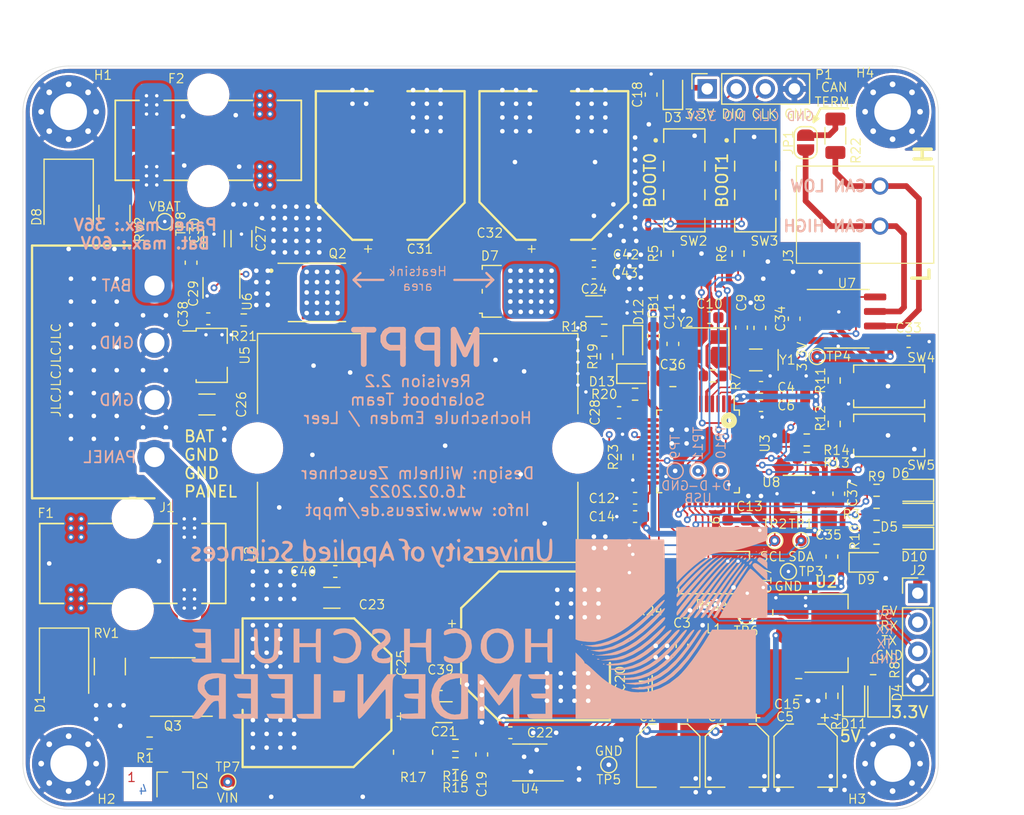
<source format=kicad_pcb>
(kicad_pcb (version 20211014) (generator pcbnew)
  (title_block (title "MPPT") (date "2021-01-23") (rev "Rev. 2.1"))
  (layers (0 "F.Cu" signal) (1 "In1.Cu" power) (2 "In2.Cu" power) (31 "B.Cu" signal) (34 "B.Paste" user) (35 "F.Paste" user) (36 "B.SilkS" user "B.Silkscreen") (37 "F.SilkS" user "F.Silkscreen") (38 "B.Mask" user) (39 "F.Mask" user) (44 "Edge.Cuts" user))
  (net 0 "")
  (net 1 "GND")
  (net 2 "Net-(C3-Pad2)")
  (net 3 "Net-(C3-Pad1)")
  (net 4 "+3V3")
  (net 5 "+5V")
  (net 6 "Net-(C19-Pad2)")
  (net 7 "Net-(C19-Pad1)")
  (net 8 "VCCQ")
  (net 9 "+VSW")
  (net 10 "/MPPT_Boost_Converter/V_SENSE_OUT")
  (net 11 "Net-(D1-Pad1)")
  (net 12 "VCC")
  (net 13 "Net-(D2-Pad2)")
  (net 14 "Net-(D3-Pad2)")
  (net 15 "Net-(D4-Pad2)")
  (net 16 "Net-(D5-Pad2)")
  (net 17 "Net-(D6-Pad2)")
  (net 18 "Net-(D7-Pad1)")
  (net 19 "+BATT")
  (net 20 "Net-(R5-Pad2)")
  (net 21 "Net-(R6-Pad2)")
  (net 22 "/MPPT_Boost_Converter/VIN_N")
  (net 23 "Net-(R18-Pad1)")
  (net 24 "Net-(R21-Pad2)")
  (net 25 "/MPPT_Boost_Converter/GATE_DRIVE")
  (net 26 "/Microcontroller/CAN_TX")
  (net 27 "/Microcontroller/CAN_RX")
  (net 28 "/Microcontroller/CAN_STB")
  (net 29 "/Microcontroller/CANH")
  (net 30 "/Microcontroller/CANL")
  (net 31 "Net-(JP1-Pad2)")
  (net 32 "/Microcontroller/SCL_1")
  (net 33 "/Microcontroller/SDA_1")
  (net 34 "/Microcontroller/RESET")
  (net 35 "/Microcontroller/RTC_OSC_1")
  (net 36 "/Microcontroller/RTC_OSC_2")
  (net 37 "/Microcontroller/OSCIN")
  (net 38 "/Microcontroller/OSCOUT")
  (net 39 "Net-(D9-Pad2)")
  (net 40 "/Microcontroller/DBG_TX")
  (net 41 "/Microcontroller/DBG_RX")
  (net 42 "/Microcontroller/SWDCLK")
  (net 43 "/Microcontroller/SWDIO")
  (net 44 "/Microcontroller/BOOT0")
  (net 45 "/Microcontroller/BOOT1")
  (net 46 "/Microcontroller/LED_GRN")
  (net 47 "/Microcontroller/LED_BLU")
  (net 48 "/Microcontroller/BTN1")
  (net 49 "/Microcontroller/BTN2")
  (net 50 "+3.3VA")
  (net 51 "GNDA")
  (net 52 "Net-(D10-Pad2)")
  (net 53 "/Microcontroller/LED_YLW")
  (net 54 "/MPPT_Boost_Converter/BOOST_DRV")
  (net 55 "/MPPT_Boost_Converter/BOOST_EN")
  (net 56 "Net-(D11-Pad2)")
  (net 57 "Net-(R23-Pad1)")
  (net 58 "/MPPT_Boost_Converter/~{ALERT_ISENS}")
  (net 59 "/Microcontroller/USB_DP")
  (net 60 "/Microcontroller/USB_DN")
  (net 61 "/MPPT_Boost_Converter/BOOST_VOUT")
  (net 62 "PA15")
  (net 66 "PB1")
  (net 67 "PB0")
  (net 68 "PA5")
  (net 69 "PA4")
  (net 70 "PA2")
  (net 71 "PA1")
  (net 72 "PA0")
  (footprint "Capacitor_SMD:CP_Elec_5x5.9" (layer "F.Cu") (at 71.4 100.3 -90)
    (fp_text reference "C1")
    (fp_text value "22uF")
  )
  (footprint "Capacitor_SMD:C_0603_1608Metric" (layer "F.Cu") (at 69.8 84.3 180)
    (fp_text reference "C2")
    (fp_text value "100nF")
  )
  (footprint "Capacitor_SMD:C_0603_1608Metric" (layer "F.Cu") (at 72.6 90.7 90)
    (fp_text reference "C3")
    (fp_text value "100nF")
  )
  (footprint "Capacitor_SMD:CP_Elec_5x5.9" (layer "F.Cu") (at 83.4 100.3 -90)
    (fp_text reference "C5")
    (fp_text value "22uF")
  )
  (footprint "Capacitor_SMD:CP_Elec_5x5.9" (layer "F.Cu") (at 77.4 100.3 -90)
    (fp_text reference "C7")
    (fp_text value "22uF")
  )
  (footprint "Capacitor_SMD:C_0805_2012Metric" (layer "F.Cu") (at 82.8 94.3)
    (fp_text reference "C15")
    (fp_text value "4.7uF")
  )
  (footprint "Capacitor_SMD:C_0805_2012Metric" (layer "F.Cu") (at 79.8 87.8 90)
    (fp_text reference "C17")
    (fp_text value "4.7uF")
  )
  (footprint "Capacitor_SMD:C_0603_1608Metric" (layer "F.Cu") (at 57.6 98.3)
    (fp_text reference "C22")
    (fp_text value "100nF")
  )
  (footprint "LED_SMD:LED_0805_2012Metric" (layer "F.Cu") (at 89.8 95.2375 90)
    (fp_text reference "D4")
    (fp_text value "Red")
  )
  (footprint "LED_SMD:LED_0805_2012Metric" (layer "F.Cu") (at 92.9 79.2 180)
    (fp_text reference "D5")
    (fp_text value "Green")
  )
  (footprint "MPPT_Solar_KiCAD:60x60mm_Inductor" (layer "F.Cu") (at 76.9 92.9)
    (fp_text reference "L1")
    (fp_text value "4.7uH")
  )
  (footprint "Connector_PinSocket_2.54mm:PinSocket_1x04_P2.54mm_Vertical" (layer "F.Cu") (at 74.8 42 90)
    (fp_text reference "P1")
    (fp_text value "SWD_Prog_port")
  )
  (footprint "Resistor_SMD:R_0603_1608Metric" (layer "F.Cu") (at 85.9 67.5 90)
    (fp_text reference "R11")
    (fp_text value "10k")
  )
  (footprint "Resistor_SMD:R_0603_1608Metric" (layer "F.Cu") (at 85.9 71.3 90)
    (fp_text reference "R12")
    (fp_text value "10k")
  )
  (footprint "Resistor_SMD:R_0603_1608Metric" (layer "F.Cu") (at 52.8 101 180)
    (fp_text reference "R15")
    (fp_text value "10R")
  )
  (footprint "Resistor_SMD:R_0603_1608Metric" (layer "F.Cu") (at 52.8 99.4 180)
    (fp_text reference "R16")
    (fp_text value "10R")
  )
  (footprint "Resistor_SMD:R_0603_1608Metric" (layer "F.Cu") (at 65.8 63.1 180)
    (fp_text reference "R18")
    (fp_text value "10k")
  )
  (footprint "Resistor_SMD:R_0603_1608Metric" (layer "F.Cu") (at 66 65.4 90)
    (fp_text reference "R19")
    (fp_text value "10k")
  )
  (footprint "Resistor_SMD:R_0603_1608Metric" (layer "F.Cu") (at 68.5 68.7)
    (fp_text reference "R20")
    (fp_text value "1k")
  )
  (footprint "Resistor_SMD:R_1210_3225Metric" (layer "F.Cu") (at 22.6 92.5125 -90)
    (fp_text reference "RV1")
    (fp_text value "V60MLA1210N")
  )
  (footprint "MPPT_Solar_KiCAD:SW_SPST_EVQPE1" (layer "F.Cu") (at 75.4 84.3 180)
    (fp_text reference "SW1")
    (fp_text value "Reset")
  )
  (footprint "MPPT_Solar_KiCAD:SW_SPST_EVQPE1" (layer "F.Cu") (at 90.7 68 180)
    (fp_text reference "SW4")
    (fp_text value "BTN1")
  )
  (footprint "MPPT_Solar_KiCAD:SW_SPST_EVQPE1" (layer "F.Cu") (at 90.7 72.3 180)
    (fp_text reference "SW5")
    (fp_text value "BTN2")
  )
  (footprint "Package_TO_SOT_SMD:SOT-223-3_TabPin2" (layer "F.Cu") (at 85.2 89.6)
    (fp_text reference "U2")
    (fp_text value "AP2111H-3.3TRG1")
  )
  (footprint "Package_SO:VSSOP-10_3x3mm_P0.5mm" (layer "F.Cu") (at 59.3 100.9 180)
    (fp_text reference "U4")
    (fp_text value "INA226")
  )
  (footprint "Resistor_SMD:R_0612_1632Metric" (layer "F.Cu") (at 49.1 100 -90)
    (fp_text reference "R17")
    (fp_text value "10mR")
  )
  (footprint "MPPT_Solar_KiCAD:3588TR" (layer "F.Cu") (at 31.2 46.5 -90)
    (fp_text reference "F2")
    (fp_text value "3588TR")
  )
  (footprint "MPPT_Solar_KiCAD:SOP_ADVANCE" (layer "F.Cu") (at 40.7 59.8)
    (fp_text reference "Q2")
    (fp_text value "TPH2R408QM,L1Q")
  )
  (footprint "Capacitor_SMD:C_1206_3216Metric" (layer "F.Cu") (at 64.9 61)
    (fp_text reference "C24")
    (fp_text value "100V 1uF")
  )
  (footprint "Capacitor_SMD:C_1206_3216Metric" (layer "F.Cu") (at 51.8 96.5 180)
    (fp_text reference "C21")
    (fp_text value "100V 1uF")
  )
  (footprint "MPPT_Solar_KiCAD:CAPAE1300X1650N" (layer "F.Cu") (at 47.1 48.7 90)
    (fp_text reference "C31")
    (fp_text value "100V 150uF" hide)
  )
  (footprint "MPPT_Solar_KiCAD:CAPAE1300X1650N" (layer "F.Cu") (at 59.8 90.7)
    (fp_text reference "C20")
    (fp_text value "100V 150uF" hide)
  )
  (footprint "Package_TO_SOT_SMD:TO-277A" (layer "F.Cu") (at 58.3 59.7 90)
    (fp_text reference "D7")
    (fp_text value "TSPB20U80S S1G")
  )
  (footprint "MountingHole:MountingHole_3.2mm_M3_Pad_Via" (layer "F.Cu") (at 19 44)
    (fp_text reference "H1")
    (fp_text value "MountingHole")
  )
  (footprint "MountingHole:MountingHole_3.2mm_M3_Pad_Via" (layer "F.Cu") (at 91 101)
    (fp_text reference "H3")
    (fp_text value "MountingHole")
  )
  (footprint "MountingHole:MountingHole_3.2mm_M3_Pad_Via" (layer "F.Cu") (at 91 44)
    (fp_text reference "H4")
    (fp_text value "MountingHole")
  )
  (footprint "MPPT_Solar_KiCAD:74437429203680" (layer "F.Cu") (at 49.5 73.4 180)
    (fp_text reference "L2")
    (fp_text value "68uH")
  )
  (footprint "MPPT_Solar_KiCAD:CAPAE1300X1650N" (layer "F.Cu") (at 61.4 48.7 90)
    (fp_text reference "C32")
    (fp_text value "100V 150uF" hide)
  )
  (footprint "MPPT_Solar_KiCAD:3588TR" (layer "F.Cu") (at 24.6 83.5 -90)
    (fp_text reference "F1")
    (fp_text value "3588TR")
  )
  (footprint "Diode_SMD:D_SMB" (layer "F.Cu") (at 18.6 92.7 -90)
    (fp_text reference "D1")
    (fp_text value "SMBJ58A")
  )
  (footprint "MPPT_Solar_KiCAD:SW_JS202011JCQN" (layer "F.Cu") (at 72.8 50)
    (fp_text reference "SW2")
    (fp_text value "Boot0")
  )
  (footprint "MPPT_Solar_KiCAD:SW_JS202011JCQN" (layer "F.Cu") (at 79 50)
    (fp_text reference "SW3")
    (fp_text value "Boot1")
  )
  (footprint "Capacitor_SMD:C_0603_1608Metric" (layer "F.Cu") (at 92.4 64.1)
    (fp_text reference "C33")
    (fp_text value "100nF")
  )
  (footprint "Package_SO:SOIC-8_3.9x4.9mm_P1.27mm" (layer "F.Cu") (at 87 62.1)
    (fp_text reference "U7")
    (fp_text value "NCV7344D13R2G")
  )
  (footprint "Jumper:SolderJumper-2_P1.3mm_Open_RoundedPad1.0x1.5mm" (layer "F.Cu") (at 83.4 46.7 90)
    (fp_text reference "JP1")
    (fp_text value "CAN_TERM")
  )
  (footprint "Resistor_SMD:R_1206_3216Metric" (layer "F.Cu") (at 86 46.1 90)
    (fp_text reference "R22")
    (fp_text value "120R")
  )
  (footprint "Diode_SMD:D_SOD-323" (layer "F.Cu") (at 71.8 42.3 90)
    (fp_text reference "D3")
    (fp_text value "SS16HE")
  )
  (footprint "Capacitor_SMD:C_0603_1608Metric" (layer "F.Cu") (at 69.9 42.5 90)
    (fp_text reference "C18")
    (fp_text value "100nF")
  )
  (footprint "Capacitor_SMD:C_0603_1608Metric" (layer "F.Cu") (at 85.7 82.9 90)
    (fp_text reference "C35")
    (fp_text value "100nF")
  )
  (footprint "Diode_SMD:D_SOD-323" (layer "F.Cu") (at 88.7 83.4)
    (fp_text reference "D9")
    (fp_text value "SS16HE")
  )
  (footprint "Connector_PinHeader_2.54mm:PinHeader_1x04_P2.54mm_Vertical" (layer "F.Cu") (at 93.2 86.1)
    (fp_text reference "J2")
    (fp_text value "UART")
  )
  (footprint "Capacitor_SMD:C_0805_2012Metric" (layer "F.Cu") (at 71.8 67.3)
    (fp_text reference "C36")
    (fp_text value "4.7uF")
  )
  (footprint "MPPT_Solar_KiCAD:1713017" (layer "F.Cu") (at 89.9 54 90)
    (fp_text reference "J3")
    (fp_text value "CAN" hide)
  )
  (footprint "Inductor_SMD:L_0603_1608Metric" (layer "F.Cu") (at 70.1 63.6 90)
    (fp_text reference "FB1")
    (fp_text value "Ferrite_Bead")
  )
  (footprint "Package_QFP:LQFP-48_7x7mm_P0.5mm" (layer "F.Cu") (at 74 73.7 -90)
    (fp_text reference "U3")
    (fp_text value "STM32F103CBT6TR")
  )
  (footprint "Crystal:Crystal_SMD_3225-4Pin_3.2x2.5mm" (layer "F.Cu") (at 74.7 64.55 180)
    (fp_text reference "Y2")
    (fp_text value "8MHz")
  )
  (footprint "Resistor_SMD:R_0603_1608Metric" (layer "F.Cu") (at 75.3 67.1 180)
    (fp_text reference "R7")
    (fp_text value "1M")
  )
  (footprint "Resistor_SMD:R_0603_1608Metric" (layer "F.Cu") (at 83.5 72.7)
    (fp_text reference "R14")
    (fp_text value "10k")
  )
  (footprint "Capacitor_SMD:C_0603_1608Metric" (layer "F.Cu") (at 75 62 180)
    (fp_text reference "C10")
    (fp_text value "24pF")
  )
  (footprint "Capacitor_SMD:C_0603_1608Metric" (layer "F.Cu") (at 79.5 69.7)
    (fp_text reference "C6")
    (fp_text value "100nF")
  )
  (footprint "Capacitor_SMD:C_0603_1608Metric" (layer "F.Cu") (at 68.5 77.8 180)
    (fp_text reference "C12")
    (fp_text value "100nF")
  )
  (footprint "Capacitor_SMD:C_0603_1608Metric" (layer "F.Cu") (at 76.6 80.5 -90)
    (fp_text reference "C16")
    (fp_text value "100nF")
  )
  (footprint "Capacitor_SMD:C_0603_1608Metric" (layer "F.Cu") (at 68.5 79.4 180)
    (fp_text reference "C14")
    (fp_text value "100nF")
  )
  (footprint "Capacitor_SMD:C_0603_1608Metric" (layer "F.Cu") (at 71.8 64.3 90)
    (fp_text reference "C11")
    (fp_text value "24pF")
  )
  (footprint "Capacitor_SMD:C_0603_1608Metric" (layer "F.Cu") (at 79.5 68.1)
    (fp_text reference "C4")
    (fp_text value "100nF")
  )
  (footprint "LED_SMD:LED_0805_2012Metric" (layer "F.Cu") (at 92.9 81.3 180)
    (fp_text reference "D10")
    (fp_text value "Yellow")
  )
  (footprint "LED_SMD:LED_0805_2012Metric" (layer "F.Cu") (at 87.6 95.2 90)
    (fp_text reference "D11")
    (fp_text value "Red")
  )
  (footprint "Resistor_SMD:R_0603_1608Metric" (layer "F.Cu") (at 89.3 92.7 180)
    (fp_text reference "R8")
    (fp_text value "10k")
  )
  (footprint "Capacitor_SMD:C_0603_1608Metric" (layer "F.Cu") (at 86.3 77.4 90)
    (fp_text reference "C37")
    (fp_text value "100nF")
  )
  (footprint "Package_TO_SOT_SMD:SOT-23-5" (layer "F.Cu") (at 83 77.4)
    (fp_text reference "U8")
    (fp_text value "24FC01T-I_OT")
  )
  (footprint "Resistor_SMD:R_0603_1608Metric" (layer "F.Cu") (at 77.5 56.4 90)
    (fp_text reference "R6")
    (fp_text value "10k")
  )
  (footprint "Resistor_SMD:R_0603_1608Metric" (layer "F.Cu") (at 71.3 56.4 90)
    (fp_text reference "R5")
    (fp_text value "10k")
  )
  (footprint "Capacitor_SMD:C_0603_1608Metric" (layer "F.Cu") (at 82.4 62.1 90)
    (fp_text reference "C34")
    (fp_text value "100nF")
  )
  (footprint "Resistor_SMD:R_0603_1608Metric" (layer "F.Cu") (at 85.7 95.075 -90)
    (fp_text reference "R4")
    (fp_text value "10k")
  )
  (footprint "Capacitor_SMD:C_0603_1608Metric" (layer "F.Cu") (at 78.2 80.5 -90)
    (fp_text reference "C13")
    (fp_text value "100nF")
  )
  (footprint "Resistor_SMD:R_0603_1608Metric" (layer "F.Cu") (at 67.8 74.2 90)
    (fp_text reference "R23")
    (fp_text value "10R")
  )
  (footprint "Crystal:Crystal_SMD_MicroCrystal_CC7V-T1A-2Pin_3.2x1.5mm" (layer "F.Cu") (at 79.05 65.7 180)
    (fp_text reference "Y1")
    (fp_text value "32.768kHz")
  )
  (footprint "Capacitor_SMD:C_0603_1608Metric" (layer "F.Cu") (at 79.4 62.9 90)
    (fp_text reference "C8")
    (fp_text value "24pF")
  )
  (footprint "Capacitor_SMD:C_0603_1608Metric" (layer "F.Cu") (at 77.8 62.875 90)
    (fp_text reference "C9")
    (fp_text value "24pF")
  )
  (footprint "TestPoint:TestPoint_Pad_D1.0mm" (layer "F.Cu") (at 81.9 84.2)
    (fp_text reference "TP3")
    (fp_text value "GND")
  )
  (footprint "TestPoint:TestPoint_Pad_D1.0mm" (layer "F.Cu") (at 83 81.5)
    (fp_text reference "TP1")
    (fp_text value "SDA")
  )
  (footprint "TestPoint:TestPoint_Pad_D1.0mm" (layer "F.Cu") (at 80.7 81.5)
    (fp_text reference "TP2")
    (fp_text value "SCL")
  )
  (footprint "MPPT_Solar_KiCAD:SHDRRA4W110P0X500_1X4_2160X830X1230P" (layer "F.Cu") (at 26.5 74.2 90)
    (fp_text reference "J1")
    (fp_text value "2350513-4" hide)
  )
  (footprint "Capacitor_SMD:C_1206_3216Metric" (layer "F.Cu") (at 31.7 55.1 90)
    (fp_text reference "C30")
    (fp_text value "100V 1uF")
  )
  (footprint "Capacitor_SMD:C_0603_1608Metric" (layer "F.Cu") (at 29.7 57.2 90)
    (fp_text reference "C29")
    (fp_text value "100V 100nF")
  )
  (footprint "Package_TO_SOT_SMD:SOT-89-3" (layer "F.Cu") (at 31.2 65.3)
    (fp_text reference "U5")
    (fp_text value "L78L18_SOT89")
  )
  (footprint "Package_TO_SOT_SMD:SOT-23-6" (layer "F.Cu") (at 32.35 59.4 -90)
    (fp_text reference "U6")
    (fp_text value "UCC27531DBVR")
  )
  (footprint "Resistor_SMD:R_0603_1608Metric" (layer "F.Cu") (at 34.3 62.2 180)
    (fp_text reference "R21")
    (fp_text value "0R")
  )
  (footprint "Capacitor_SMD:C_1206_3216Metric" (layer "F.Cu") (at 34.1 55.1 90)
    (fp_text reference "C27")
    (fp_text value "100V 1uF")
  )
  (footprint "Capacitor_SMD:C_1206_3216Metric" (layer "F.Cu") (at 31.0875 69.6)
    (fp_text reference "C26")
    (fp_text value "100V 1uF")
  )
  (footprint "Resistor_SMD:R_1210_3225Metric" (layer "F.Cu") (at 23 52.9 -90)
    (fp_text reference "RV2")
    (fp_text value "V60MLA1210N ")
  )
  (footprint "Diode_SMD:D_SMB" (layer "F.Cu") (at 19 51.7 -90)
    (fp_text reference "D8")
    (fp_text value "SMBJ58A")
  )
  (footprint "Resistor_SMD:R_0603_1608Metric" (layer "F.Cu") (at 26.075 99.2)
    (fp_text reference "R1")
    (fp_text value "10k")
  )
  (footprint "LED_SMD:LED_0805_2012Metric" (layer "F.Cu") (at 92.9 77.1 180)
    (fp_text reference "D6")
    (fp_text value "Blue")
  )
  (footprint "Resistor_SMD:R_0603_1608Metric" (layer "F.Cu") (at 83.5 74.3)
    (fp_text reference "R13")
    (fp_text value "10k")
  )
  (footprint "MountingHole:MountingHole_3.2mm_M3_Pad_Via" (layer "F.Cu") (at 19 101)
    (fp_text reference "H2")
    (fp_text value "MountingHole")
  )
  (footprint "Capacitor_SMD:C_1206_3216Metric" (layer "F.Cu") (at 42 86.5 180)
    (fp_text reference "C23")
    (fp_text value "100V 1uF")
  )
  (footprint "Resistor_SMD:R_0603_1608Metric" (layer "F.Cu") (at 69.8 86.2 180)
    (fp_text reference "R24")
    (fp_text value "10k")
  )
  (footprint "Capacitor_SMD:C_0603_1608Metric" (layer "F.Cu") (at 55.1 100.2 90)
    (fp_text reference "C19")
    (fp_text value "100nF")
  )
  (footprint "Capacitor_SMD:C_0603_1608Metric" (layer "F.Cu") (at 31.2 62.1)
    (fp_text reference "C38")
    (fp_text value "100V 100nF")
  )
  (footprint "Capacitor_SMD:C_0603_1608Metric" (layer "F.Cu") (at 51.5 94.1 180)
    (fp_text reference "C39")
    (fp_text value "100V 100nF")
  )
  (footprint "Capacitor_SMD:C_0603_1608Metric" (layer "F.Cu") (at 42.3 84.2)
    (fp_text reference "C40")
    (fp_text value "100V 100nF")
  )
  (footprint "Capacitor_SMD:C_0603_1608Metric" (layer "F.Cu") (at 64.9 56.5 180)
    (fp_text reference "C42")
    (fp_text value "100V 100nF")
  )
  (footprint "Capacitor_SMD:C_0603_1608Metric" (layer "F.Cu") (at 64.9 58.1 180)
    (fp_text reference "C43")
    (fp_text value "100V 100nF")
  )
  (footprint "MPPT_Solar_KiCAD:CAPAE1300X1650N" (layer "F.Cu") (at 40.7 94.8 180)
    (fp_text reference "C25")
    (fp_text value "100V 150uF" hide)
  )
  (footprint "Package_TO_SOT_SMD:SOT-23-6" (layer "F.Cu") (at 71.6 94.2 -90)
    (fp_text reference "U1")
    (fp_text value "LMR50410Y5FQDBVRQ1")
  )
  (footprint "TestPoint:TestPoint_Pad_D1.0mm" (layer "F.Cu") (at 84.4 65.4)
    (fp_text reference "TP4")
    (fp_text value "3.3V")
  )
  (footprint "TestPoint:TestPoint_Pad_D1.0mm" (layer "F.Cu") (at 78.2 88.1)
    (fp_text reference "TP6")
    (fp_text value "5V")
  )
  (footprint "TestPoint:TestPoint_Pad_D1.0mm" (layer "F.Cu") (at 32.9 102.6)
    (fp_text reference "TP7")
    (fp_text value "VIN")
  )
  (footprint "TestPoint:TestPoint_Pad_D1.0mm" (layer "F.Cu") (at 27.4 53.6)
    (fp_text reference "TP8")
    (fp_text value "VBAT")
  )
  (footprint "Resistor_SMD:R_0603_1608Metric" (layer "F.Cu") (at 89.6 79.2 180)
    (fp_text reference "R3")
    (fp_text value "10k")
  )
  (footprint "Resistor_SMD:R_0603_1608Metric" (layer "F.Cu") (at 89.6 77.1 180)
    (fp_text reference "R9")
    (fp_text value "10k")
  )
  (footprint "Resistor_SMD:R_0603_1608Metric" (layer "F.Cu") (at 89.6 81.3 180)
    (fp_text reference "R10")
    (fp_text value "10k")
  )
  (footprint "Diode_SMD:D_SOT-23_ANK" (layer "F.Cu") (at 28.3 102.5 90)
    (fp_text reference "D2")
    (fp_text value "MMBZ5245BLT1G")
  )
  (footprint "TestPoint:TestPoint_Pad_D1.0mm" (layer "F.Cu") (at 66.2 101.1)
    (fp_text reference "TP5")
    (fp_text value "GND")
  )
  (footprint "Capacitor_SMD:C_0603_1608Metric" (layer "F.Cu") (at 67.1 70.3)
    (fp_text reference "C28")
    (fp_text value "1nF")
  )
  (footprint "Diode_SMD:D_SOD-323" (layer "F.Cu") (at 68.3 64.2 -90)
    (fp_text reference "D12")
    (fp_text value "SS16HE")
  )
  (footprint "Diode_SMD:D_SOD-323" (layer "F.Cu") (at 68.4 66.9)
    (fp_text reference "D13")
    (fp_text value "SS16HE")
  )
  (footprint "NetTie:NetTie-2_SMD_Pad0.5mm" (layer "F.Cu") (at 73.2 71.3 90)
    (fp_text reference "NT1" hide)
    (fp_text value "Net-Tie_2")
  )
  (footprint "Package_SO:SO-8_3.9x4.9mm_P1.27mm" (layer "F.Cu") (at 28.1 94.3 180)
    (fp_text reference "Q3")
    (fp_text value "DMP4015SSS")
  )
  (footprint "MPPT_Solar_KiCAD:HS_Logo" (layer "B.Cu") (at 55 88.1 180)
    (fp_text reference "G1" hide)
    (fp_text value "Logo_HS_Emden" hide)
  )
  (footprint "TestPoint:TestPoint_Pad_D1.0mm" (layer "B.Cu") (at 72 75.4 180)
    (fp_text reference "TP9")
    (fp_text value "GND")
  )
  (footprint "TestPoint:TestPoint_Pad_D1.0mm" (layer "B.Cu") (at 74 75.4 180)
    (fp_text reference "TP11")
    (fp_text value "USB_DN")
  )
  (footprint "TestPoint:TestPoint_Pad_D1.0mm" (layer "B.Cu") (at 76 75.4 180)
    (fp_text reference "TP10")
    (fp_text value "USB_DP")
  )
  (gr_line (start 43.9 58.7) (end 44.5 59.3) (layer "B.SilkS") (width 0.2))
  (gr_line (start 56.1 58.7) (end 55.5 58.1) (layer "B.SilkS") (width 0.2))
  (gr_line (start 56.1 58.7) (end 55.5 59.3) (layer "B.SilkS") (width 0.2))
  (gr_line (start 46.5 58.7) (end 43.9 58.7) (layer "B.SilkS") (width 0.2))
  (gr_line (start 43.9 58.7) (end 44.5 58.1) (layer "B.SilkS") (width 0.2))
  (gr_line (start 52.7 58.7) (end 56.1 58.7) (layer "B.SilkS") (width 0.2))
  (gr_line (start 84.1 44.4) (end 84.5 44.6) (layer "F.SilkS") (width 0.2))
  (gr_line (start 84.1 44.9) (end 84.5 44.6) (layer "F.SilkS") (width 0.2))
  (gr_line (start 84.7 43.7) (end 84.1 44.9) (layer "F.SilkS") (width 0.2))
  (gr_line (start 84.7 43.7) (end 87.1 43.7) (layer "F.SilkS") (width 0.2))
  (gr_line (start 84.1 44.9) (end 84.1 44.4) (layer "F.SilkS") (width 0.2))
  (gr_circle (center 76.7 71) (end 76.9 71) (layer "F.SilkS") (width 0.5) (fill none))
  (gr_line (start 91 40) (end 19 40) (layer "Edge.Cuts") (width 0.05))
  (gr_line (start 19 105) (end 91 105) (layer "Edge.Cuts") (width 0.05))
  (gr_arc (start 15 44) (mid 16.171573 41.171573) (end 19 40) (layer "Edge.Cuts") (width 0.05))
  (gr_line (start 15 44) (end 15 101) (layer "Edge.Cuts") (width 0.05))
  (gr_arc (start 19 105) (mid 16.171573 103.828427) (end 15 101) (layer "Edge.Cuts") (width 0.05))
  (gr_arc (start 95 101) (mid 93.828427 103.828427) (end 91 105) (layer "Edge.Cuts") (width 0.05))
  (gr_arc (start 91 40) (mid 93.828427 41.171573) (end 95 44) (layer "Edge.Cuts") (width 0.05))
  (gr_line (start 95 101) (end 95 44) (layer "Edge.Cuts") (width 0.05))
  (gr_text "1" (at 24.5 102.2) (layer "F.Cu") (effects (font (size 0.8 0.8) (thickness 0.1))))
  (gr_text "4" (at 25.5 103.3) (layer "B.Cu") (effects (font (size 0.8 0.8) (thickness 0.1)) (justify mirror)))
  (gr_text "CAN HIGH" (at 85.1 54) (layer "B.SilkS") (effects (font (size 1 1) (thickness 0.2)) (justify mirror)))
  (gr_text "PANEL" (at 22.6 74.2) (layer "B.SilkS") (effects (font (size 1 1)) (justify mirror)))
  (gr_text "GND CLK DIO 3.3V" (at 78.6 44.4) (layer "B.SilkS") (effects (font (size 0.8 0.8) (thickness 0.1)) (justify mirror)))
  (gr_text "D+" (at 76 76.7) (layer "B.SilkS") (effects (font (size 0.8 0.8) (thickness 0.1)) (justify mirror)))
  (gr_text "MPPT" (at 49.5 64.7) (layer "B.SilkS") (effects (font (size 3 3) (thickness 0.5)) (justify mirror)))
  (gr_text "Heatsink\narea" (at 49.5 58.6) (layer "B.SilkS") (effects (font (size 0.8 0.8) (thickness 0.1)) (justify mirror)))
  (gr_text "D-" (at 74 76.7) (layer "B.SilkS") (effects (font (size 0.8 0.8) (thickness 0.1)) (justify mirror)))
  (gr_text "BAT" (at 23.2 59.2) (layer "B.SilkS") (effects (font (size 1 1)) (justify mirror)))
  (gr_text "5V\nRX\nTX\nGND" (at 90.3 89.9) (layer "B.SilkS") (effects (font (size 0.8 0.8) (thickness 0.1)) (justify mirror)))
  (gr_text "GND" (at 23.2 64.2) (layer "B.SilkS") (effects (font (size 1 1)) (justify mirror)))
  (gr_text "CAN LOW" (at 85.4 50.5) (layer "B.SilkS") (effects (font (size 1 1) (thickness 0.2)) (justify mirror)))
  (gr_text "USB" (at 74 77.8) (layer "B.SilkS") (effects (font (size 0.8 0.8) (thickness 0.1)) (justify mirror)))
  (gr_text "GND" (at 23.2 69.2) (layer "B.SilkS") (effects (font (size 1 1)) (justify mirror)))
  (gr_text "Revision 2.2\nSolarboot Team\nHochschule Emden / Leer\n\n\nDesign: Wilhelm Zeuschner\n16.02.2022\nInfo: www.wizeus.de/mppt" (at 49.5 73.2) (layer "B.SilkS") (effects (font (size 1 1)) (justify mirror)))
  (gr_text "GND" (at 72 76.7) (layer "B.SilkS") (effects (font (size 0.8 0.8) (thickness 0.1)) (justify mirror)))
  (gr_text "Panel max.: 36V\nBat. max.: 60V" (at 25.7 54.7) (layer "B.SilkS") (effects (font (size 1 1) (thickness 0.2)) (justify mirror)))
  (gr_text "H" (at 93.7 47.7 90) (layer "F.SilkS") (effects (font (size 1.5 1.5) (thickness 0.3))))
  (gr_text "5V\nRX\nTX\nGND" (at 90.7 89.6) (layer "F.SilkS") (effects (font (size 0.8 0.8) (thickness 0.1))))
  (gr_text "GND" (at 81.9 85.5) (layer "F.SilkS") (effects (font (size 0.8 0.8) (thickness 0.1))))
  (gr_text "3.3V DIO CLK GND" (at 78.4 44.2) (layer "F.SilkS") (effects (font (size 0.8 0.8) (thickness 0.1))))
  (gr_text "5V" (at 87.3 98.6) (layer "F.SilkS") (effects (font (size 1 1))))
  (gr_text "SCL" (at 80.5 82.9) (layer "F.SilkS") (effects (font (size 0.8 0.8) (thickness 0.1))))
  (gr_text "CAN\nTERM." (at 85.9 42.5) (layer "F.SilkS") (effects (font (size 0.8 0.8) (thickness 0.1))))
  (gr_text "Reset" (at 75.4 87.1) (layer "F.SilkS") (effects (font (size 0.8 0.8) (thickness 0.1))))
  (gr_text "JLCJLCJLCJLC" (at 17.9 66.6 90) (layer "F.SilkS") (effects (font (size 0.8 0.8) (thickness 0.1))))
  (gr_text "3.3V" (at 83.1 65.4 90) (layer "F.SilkS") (effects (font (size 0.8 0.8) (thickness 0.1))))
  (gr_text "BOOT1" (at 76.1 50 90) (layer "F.SilkS") (effects (font (size 1 1))))
  (gr_text "GND" (at 66.2 99.9) (layer "F.SilkS") (effects (font (size 0.8 0.8) (thickness 0.1))))
  (gr_text "SDA" (at 83 82.9) (layer "F.SilkS") (effects (font (size 0.8 0.8) (thickness 0.1))))
  (gr_text "BOOT0" (at 69.8 50 90) (layer "F.SilkS") (effects (font (size 1 1))))
  (gr_text "BAT\nGND\nGND\nPANEL" (at 29 74.8) (layer "F.SilkS") (effects (font (size 1 1)) (justify left)))
  (gr_text "VBAT" (at 27.4 52.3) (layer "F.SilkS") (effects (font (size 0.8 0.8) (thickness 0.1))))
  (gr_text "VIN" (at 32.9 104) (layer "F.SilkS") (effects (font (size 0.8 0.8) (thickness 0.1))))
  (gr_text "3.3V" (at 92.5 96.5) (layer "F.SilkS") (effects (font (size 1 1))))
  (gr_text "5V" (at 78.2 86.9) (layer "F.SilkS") (effects (font (size 0.8 0.8) (thickness 0.1))))
  (gr_text "L" (at 93.5 58.3 90) (layer "F.SilkS") (effects (font (size 1.5 1.5) (thickness 0.3))))
  (segment (start 76.25 77.8625) (end 76.25 77.049978) (width 0.25) (layer "F.Cu") (net 1))
  (segment (start 76.9 65.25) (end 76.9 67.4) (width 0.25) (layer "F.Cu") (net 1))
  (segment (start 84.525 61.465) (end 86.265 61.465) (width 0.5) (layer "F.Cu") (net 1))
  (segment (start 65.4 69.972862) (end 66.072862 69.3) (width 0.25) (layer "F.Cu") (net 1))
  (segment (start 71.06149 64.26351) (end 71.06149 65.50235) (width 0.127) (layer "F.Cu") (net 1))
  (segment (start 74.225 62) (end 75.02501 61.19999) (width 0.25) (layer "F.Cu") (net 1))
  (segment (start 73.6 62.625) (end 74.225 62) (width 0.25) (layer "F.Cu") (net 1))
  (segment (start 73.7 66.798786) (end 73.7 68.53649) (width 0.127) (layer "F.Cu") (net 1))
  (segment (start 76.75 65.4) (end 75.8 65.4) (width 0.25) (layer "F.Cu") (net 1))
  (segment (start 79.6 70.815702) (end 79.6 70.7) (width 0.25) (layer "F.Cu") (net 1))
  (segment (start 68.55 75.95) (end 68.3 76.2) (width 0.25) (layer "F.Cu") (net 1))
  (segment (start 71.85914 66.3) (end 73.201214 66.3) (width 0.127) (layer "F.Cu") (net 1))
  (segment (start 76.227824 61.19999) (end 76.9 61.872166) (width 0.25) (layer "F.Cu") (net 1))
  (segment (start 73.201214 66.3) (end 73.7 66.798786) (width 0.127) (layer "F.Cu") (net 1))
  (segment (start 76.9 65.25) (end 76.75 65.4) (width 0.25) (layer "F.Cu") (net 1))
  (segment (start 69.8375 75.95) (end 68.55 75.95) (width 0.25) (layer "F.Cu") (net 1))
  (segment (start 61.5 101.9) (end 59.6 101.9) (width 0.25) (layer "F.Cu") (net 1))
  (segment (start 61.5 101.4) (end 59.7 101.4) (width 0.25) (layer "F.Cu") (net 1))
  (segment (start 63.1 101.9) (end 63.6 102.4) (width 0.25) (layer "F.Cu") (net 1))
  (segment (start 73.2 71.620596) (end 73.07499 71.745606) (width 0.25) (layer "F.Cu") (net 1))
  (segment (start 80.275 68.1) (end 80.275 69.7) (width 0.5) (layer "F.Cu") (net 1))
  (segment (start 67.4 72.2) (end 68 71.6) (width 0.25) (layer "F.Cu") (net 1))
  (segment (start 71.8 63.525) (end 71.06149 64.26351) (width 0.127) (layer "F.Cu") (net 1))
  (segment (start 59.7 101.4) (end 59.4 101.7) (width 0.25) (layer "F.Cu") (net 1))
  (segment (start 61.5 101.9) (end 63.1 101.9) (width 0.25) (layer "F.Cu") (net 1))
  (segment (start 58.375 98.3) (end 61.6 98.3) (width 0.5) (layer "F.Cu") (net 1))
  (segment (start 80.275 70.025) (end 79.6 70.7) (width 0.5) (layer "F.Cu") (net 1))
  (segment (start 85.7 82.125) (end 85.7 81.5) (width 0.5) (layer "F.Cu") (net 1))
  (segment (start 65.4 71) (end 65.4 69.972862) (width 0.25) (layer "F.Cu") (net 1))
  (segment (start 69.025 84.3) (end 68 84.3) (width 0.15) (layer "F.Cu") (net 1))
  (segment (start 78.1625 71.45) (end 78.965702 71.45) (width 0.25) (layer "F.Cu") (net 1))
  (segment (start 66.8 67.7) (end 66.527216 67.427216) (width 0.25) (layer "F.Cu") (net 1))
  (segment (start 71.975 63.7) (end 71.8 63.525) (width 0.25) (layer "F.Cu") (net 1))
  (segment (start 78.965702 71.45) (end 79.6 70.815702) (width 0.25) (layer "F.Cu") (net 1))
  (segment (start 66.8 69) (end 66.8 67.7) (width 0.25) (layer "F.Cu") (net 1))
  (segment (start 69.9 41.725) (end 69.9 40.7) (width 0.5) (layer "F.Cu") (net 1))
  (segment (start 80.275 69.7) (end 80.275 70.025) (width 0.5) (layer "F.Cu") (net 1))
  (segment (start 76.6 81.275) (end 76.6 83.3) (width 0.5) (layer "F.Cu") (net 1))
  (segment (start 75.02501 61.19999) (end 76.227824 61.19999) (width 0.25) (layer "F.Cu") (net 1))
  (segment (start 69.8375 75.95) (end 71.05 75.95) (width 0.25) (layer "F.Cu") (net 1))
  (segment (start 93.175 64.1) (end 94.2 64.1) (width 0.5) (layer "F.Cu") (net 1))
  (segment (start 76.6 81.275) (end 78.2 81.275) (width 0.5) (layer "F.Cu") (net 1))
  (segment (start 86.265 61.465) (end 86.3 61.5) (width 0.5) (layer "F.Cu") (net 1))
  (segment (start 80.275 68.1) (end 80.275 67.125) (width 0.5) (layer "F.Cu") (net 1))
  (segment (start 66.5 69.3) (end 66.8 69) (width 0.25) (layer "F.Cu") (net 1))
  (segment (start 86.3 76.625) (end 86.893452 76.625) (width 0.5) (layer "F.Cu") (net 1))
  (segment (start 68 71.6) (end 68.7 71.6) (width 0.25) (layer "F.Cu") (net 1))
  (segment (start 78.2 82.6) (end 77.5 83.3) (width 0.5) (layer "F.Cu") (net 1))
  (segment (start 85.7 81.5) (end 85.1 80.9) (width 0.5) (layer "F.Cu") (net 1))
  (segment (start 66.072862 69.3) (end 66.5 69.3) (width 0.25) (layer "F.Cu") (net 1))
  (segment (start 61.5 101.4) (end 63.6 101.4) (width 0.25) (layer "F.Cu") (net 1))
  (segment (start 66.527216 67.427216) (end 65.586487 67.427216) (width 0.25) (layer "F.Cu") (net 1))
  (segment (start 86.893452 76.625) (end 87.220783 76.297669) (width 0.5) (layer "F.Cu") (net 1))
  (segment (start 59.6 101.9) (end 59.4 101.7) (width 0.25) (layer "F.Cu") (net 1))
  (segment (start 66 71.6) (end 65.4 71) (width 0.25) (layer "F.Cu") (net 1))
  (segment (start 76.9 61.872166) (end 76.9 65.25) (width 0.25) (layer "F.Cu") (net 1))
  (segment (start 78.2 81.275) (end 78.2 82.6) (width 0.5) (layer "F.Cu") (net 1))
  (segment (start 67.725 79.4) (end 66.9 79.4) (width 0.5) (layer "F.Cu") (net 1))
  (segment (start 73.6 63.7) (end 71.975 63.7) (width 0.25) (layer "F.Cu") (net 1))
  (segment (start 84.525 61.465) (end 82.54 61.465) (width 0.5) (layer "F.Cu") (net 1))
  (segment (start 84.1 76.45) (end 84.1 77.3) (width 0.15) (layer "F.Cu") (net 1))
  (segment (start 76.25 77.049978) (end 76.699978 76.6) (width 0.25) (layer "F.Cu") (net 1))
  (segment (start 73.6 63.7) (end 73.6 62.625) (width 0.25) (layer "F.Cu") (net 1))
  (segment (start 67.725 77.8) (end 66.9 77.8) (width 0.5) (layer "F.Cu") (net 1))
  (segment (start 81.9 77.4) (end 80.9 77.4) (width 0.5) (layer "F.Cu") (net 1))
  (segment (start 57.1 100.4) (end 58.8 100.4) (width 0.25) (layer "F.Cu") (net 1))
  (segment (start 80.275 67.125) (end 80.3 67.1) (width 0.5) (layer "F.Cu") (net 1))
  (segment (start 68 71.6) (end 66 71.6) (width 0.25) (layer "F.Cu") (net 1))
  (segment (start 82.54 61.465) (end 82.4 61.325) (width 0.5) (layer "F.Cu") (net 1))
  (segment (start 71.06149 65.50235) (end 71.85914 66.3) (width 0.127) (layer "F.Cu") (net 1))
  (via (at 63.6 101.4) (size 0.8) (drill 0.4) (layers "F.Cu" "B.Cu") (net 1))
  (via (at 63.6 102.4) (size 0.8) (drill 0.4) (layers "F.Cu" "B.Cu") (net 1))
  (via (at 58.8 100.4) (size 0.8) (drill 0.4) (layers "F.Cu" "B.Cu") (net 1))
  (via (at 59.4 101.7) (size 0.8) (drill 0.4) (layers "F.Cu" "B.Cu") (net 1))
  (via (at 59.6 98.3) (size 0.8) (drill 0.4) (layers "F.Cu" "B.Cu") (net 1))
  (via (at 61.6 98.3) (size 0.8) (drill 0.4) (layers "F.Cu" "B.Cu") (net 1))
  (via (at 73 71.8) (size 0.8) (drill 0.4) (layers "F.Cu" "B.Cu") (net 1))
  (via (at 37.9 55.3) (size 0.8) (drill 0.4) (layers "F.Cu" "B.Cu") (net 1))
  (via (at 37.9 52.3) (size 0.8) (drill 0.4) (layers "F.Cu" "B.Cu") (net 1))
  (via (at 37.9 56.3) (size 0.8) (drill 0.4) (layers "F.Cu" "B.Cu") (net 1))
  (via (at 38.9 55.3) (size 0.8) (drill 0.4) (layers "F.Cu" "B.Cu") (net 1))
  (via (at 38.9 52.3) (size 0.8) (drill 0.4) (layers "F.Cu" "B.Cu") (net 1))
  (via (at 37.9 54.3) (size 0.8) (drill 0.4) (layers "F.Cu" "B.Cu") (net 1))
  (via (at 38.9 56.3) (size 0.8) (drill 0.4) (layers "F.Cu" "B.Cu") (net 1))
  (via (at 38.9 54.3) (size 0.8) (drill 0.4) (layers "F.Cu" "B.Cu") (net 1))
  (via (at 38.9 53.3) (size 0.8) (drill 0.4) (layers "F.Cu" "B.Cu") (net 1))
  (via (at 37.9 53.3) (size 0.8) (drill 0.4) (layers "F.Cu" "B.Cu") (net 1))
  (via (at 35.4 58.9) (size 0.8) (drill 0.4) (layers "F.Cu" "B.Cu") (net 1))
  (via (at 36.4 59.9) (size 0.8) (drill 0.4) (layers "F.Cu" "B.Cu") (net 1))
  (via (at 35.4 60.9) (size 0.8) (drill 0.4) (layers "F.Cu" "B.Cu") (net 1))
  (via (at 36.4 58.9) (size 0.8) (drill 0.4) (layers "F.Cu" "B.Cu") (net 1))
  (via (at 35.4 59.9) (size 0.8) (drill 0.4) (layers "F.Cu" "B.Cu") (net 1))
  (via (at 36.4 60.9) (size 0.8) (drill 0.4) (layers "F.Cu" "B.Cu") (net 1))
  (via (at 35.4 57.9) (size 0.8) (drill 0.4) (layers "F.Cu" "B.Cu") (net 1))
  (via (at 36.4 57.9) (size 0.8) (drill 0.4) (layers "F.Cu" "B.Cu") (net 1))
  (via (at 85.1 80.9) (size 0.6) (drill 0.3) (layers "F.Cu" "B.Cu") (net 1))
  (via (at 87.5 82) (size 0.6) (drill 0.3) (layers "F.Cu" "B.Cu") (net 1))
  (via (at 71.7 71.8) (size 0.8) (drill 0.4) (layers "F.Cu" "B.Cu") (net 1))
  (via (at 72 75.4) (size 0.8) (drill 0.4) (layers "F.Cu" "B.Cu") (net 1))
  (via (at 78.4 77.6) (size 0.8) (drill 0.4) (layers "F.Cu" "B.Cu") (net 1))
  (via (at 79.5 77.6) (size 0.8) (drill 0.4) (layers "F.Cu" "B.Cu") (net 1))
  (via (at 80.7 72.3) (size 0.8) (drill 0.4) (layers "F.Cu" "B.Cu") (net 1))
  (via (at 90.6 72.3) (size 0.8) (drill 0.4) (layers "F.Cu" "B.Cu") (net 1))
  (via (at 90.6 68) (size 0.8) (drill 0.4) (layers "F.Cu" "B.Cu") (net 1))
  (via (at 78.6 60.7) (size 0.8) (drill 0.4) (layers "F.Cu" "B.Cu") (net 1))
  (via (at 80.1 57.1) (size 0.8) (drill 0.4) (layers "F.Cu" "B.Cu") (net 1))
  (via (at 84.7 58) (size 0.8) (drill 0.4) (layers "F.Cu" "B.Cu") (net 1))
  (via (at 72.7 61.4) (size 0.8) (drill 0.4) (layers "F.Cu" "B.Cu") (net 1))
  (via (at 82.3 58) (size 0.8) (drill 0.4) (layers "F.Cu" "B.Cu") (net 1))
  (via (at 78.9 46.2) (size 0.8) (drill 0.4) (layers "F.Cu" "B.Cu") (net 1))
  (via (at 73.7 46.1) (size 0.8) (drill 0.4) (layers "F.Cu" "B.Cu") (net 1))
  (via (at 69.7 45.1) (size 0.8) (drill 0.4) (layers "F.Cu" "B.Cu") (net 1))
  (via (at 87.5 74.1) (size 0.8) (drill 0.4) (layers "F.Cu" "B.Cu") (net 1))
  (via (at 92.9 73.5) (size 0.8) (drill 0.4) (layers "F.Cu" "B.Cu") (net 1))
  (via (at 73.3 87.6) (size 0.8) (drill 0.4) (layers "F.Cu" "B.Cu") (net 1))
  (via (at 74.4 88.9) (size 0.8) (drill 0.4) (layers "F.Cu" "B.Cu") (net 1))
  (via (at 77.1 85.6) (size 0.8) (drill 0.4) (layers "F.Cu" "B.Cu") (net 1))
  (via (at 74.4 72.5) (size 0.6) (drill 0.3) (layers "F.Cu" "B.Cu") (net 1))
  (via (at 63.5 64.9) (size 0.6) (drill 0.3) (layers "F.Cu" "B.Cu") (net 1))
  (via (at 63.5 65.9) (size 0.6) (drill 0.3) (layers "F.Cu" "B.Cu") (net 1))
  (via (at 63.5 66.9) (size 0.6) (drill 0.3) (layers "F.Cu" "B.Cu") (net 1))
  (via (at 63.5 67.9) (size 0.6) (drill 0.3) (layers "F.Cu" "B.Cu") (net 1))
  (via (at 68.6 55.3) (size 0.8) (drill 0.4) (layers "F.Cu" "B.Cu") (net 1))
  (via (at 68 58.5) (size 0.8) (drill 0.4) (layers "F.Cu" "B.Cu") (net 1))
  (via (at 69 59.5) (size 0.8) (drill 0.4) (layers "F.Cu" "B.Cu") (net 1))
  (via (at 56.9 45.7) (size 0.8) (drill 0.4) (layers "F.Cu" "B.Cu") (net 1))
  (via (at 56.9 44.5) (size 0.8) (drill 0.4) (layers "F.Cu" "B.Cu") (net 1))
  (via (at 56.9 43.3) (size 0.8) (drill 0.4) (layers "F.Cu" "B.Cu") (net 1))
  (via (at 56.9 42.1) (size 0.8) (drill 0.4) (layers "F.Cu" "B.Cu") (net 1))
  (via (at 58.1 45.7) (size 0.8) (drill 0.4) (layers "F.Cu" "B.Cu") (net 1))
  (via (at 58.1 44.5) (size 0.8) (drill 0.4) (layers "F.Cu" "B.Cu") (net 1))
  (via (at 58.1 43.3) (size 0.8) (drill 0.4) (layers "F.Cu" "B.Cu") (net 1))
  (via (at 58.1 42.1) (size 0.8) (drill 0.4) (layers "F.Cu" "B.Cu") (net 1))
  (via (at 59.3 45.7) (size 0.8) (drill 0.4) (layers "F.Cu" "B.Cu") (net 1))
  (via (at 59.3 44.5) (size 0.8) (drill 0.4) (layers "F.Cu" "B.Cu") (net 1))
  (via (at 59.3 43.3) (size 0.8) (drill 0.4) (layers "F.Cu" "B.Cu") (net 1))
  (via (at 59.3 42.1) (size 0.8) (drill 0.4) (layers "F.Cu" "B.Cu") (net 1))
  (via (at 49.1 45.7) (size 0.8) (drill 0.4) (layers "F.Cu" "B.Cu") (net 1))
  (via (at 49.1 44.5) (size 0.8) (drill 0.4) (layers "F.Cu" "B.Cu") (net 1))
  (via (at 49.1 43.3) (size 0.8) (drill 0.4) (layers "F.Cu" "B.Cu") (net 1))
  (via (at 49.1 42.1) (size 0.8) (drill 0.4) (layers "F.Cu" "B.Cu") (net 1))
  (via (at 50.3 45.7) (size 0.8) (drill 0.4) (layers "F.Cu" "B.Cu") (net 1))
  (via (at 50.3 44.5) (size 0.8) (drill 0.4) (layers "F.Cu" "B.Cu") (net 1))
  (via (at 50.3 43.3) (size 0.8) (drill 0.4) (layers "F.Cu" "B.Cu") (net 1))
  (via (at 50.3 42.1) (size 0.8) (drill 0.4) (layers "F.Cu" "B.Cu") (net 1))
  (via (at 51.5 45.7) (size 0.8) (drill 0.4) (layers "F.Cu" "B.Cu") (net 1))
  (via (at 51.5 44.5) (size 0.8) (drill 0.4) (layers "F.Cu" "B.Cu") (net 1))
  (via (at 51.5 43.3) (size 0.8) (drill 0.4) (layers "F.Cu" "B.Cu") (net 1))
  (via (at 51.5 42.1) (size 0.8) (drill 0.4) (layers "F.Cu" "B.Cu") (net 1))
  (via (at 65.9 44.5) (size 0.8) (drill 0.4) (layers "F.Cu" "B.Cu") (net 1))
  (via (at 63.5 44.5) (size 0.8) (drill 0.4) (layers "F.Cu" "B.Cu") (net 1))
  (via (at 64.7 44.5) (size 0.8) (drill 0.4) (layers "F.Cu" "B.Cu") (net 1))
  (via (at 64.7 42.1) (size 0.8) (drill 0.4) (layers "F.Cu" "B.Cu") (net 1))
  (via (at 64.7 43.3) (size 0.8) (drill 0.4) (layers "F.Cu" "B.Cu") (net 1))
  (via (at 65.9 43.3) (size 0.8) (drill 0.4) (layers "F.Cu" "B.Cu") (net 1))
  (via (at 64.7 45.7) (size 0.8) (drill 0.4) (layers "F.Cu" "B.Cu") (net 1))
  (via (at 65.9 45.7) (size 0.8) (drill 0.4) (layers "F.Cu" "B.Cu") (net 1))
  (via (at 65.9 42.1) (size 0.8) (drill 0.4) (layers "F.Cu" "B.Cu") (net 1))
  (via (at 63.5 43.3) (size 0.8) (drill 0.4) (layers "F.Cu" "B.Cu") (net 1))
  (via (at 63.5 42.1) (size 0.8) (drill 0.4) (layers "F.Cu" "B.Cu") (net 1))
  (via (at 63.5 45.7) (size 0.8) (drill 0.4) (layers "F.Cu" "B.Cu") (net 1))
  (via (at 43.8 43.3) (size 0.8) (drill 0.4) (layers "F.Cu" "B.Cu") (net 1))
  (via (at 43.8 42.1) (size 0.8) (drill 0.4) (layers "F.Cu" "B.Cu") (net 1))
  (via (at 45 42.1) (size 0.8) (drill 0.4) (layers "F.Cu" "B.Cu") (net 1))
  (via (at 45 43.3) (size 0.8) (drill 0.4) (layers "F.Cu" "B.Cu") (net 1))
  (via (at 19.2 58.6) (size 0.8) (drill 0.4) (layers "F.Cu" "B.Cu") (net 1))
  (via (at 21.2 58.6) (size 0.8) (drill 0.4) (layers "F.Cu" "B.Cu") (net 1))
  (via (at 23.2 58.6) (size 0.8) (drill 0.4) (layers "F.Cu" "B.Cu") (net 1))
  (via (at 19.2 60.6) (size 0.8) (drill 0.4) (layers "F.Cu" "B.Cu") (net 1))
  (via (at 21.2 60.6) (size 0.8) (drill 0.4) (layers "F.Cu" "B.Cu") (net 1))
  (via (at 23.2 60.6) (size 0.8) (drill 0.4) (layers "F.Cu" "B.Cu") (net 1))
  (via (at 19.2 62.6) (size 0.8) (drill 0.4) (layers "F.Cu" "B.Cu") (net 1))
  (via (at 21.2 62.6) (size 0.8) (drill 0.4) (layers "F.Cu" "B.Cu") (net 1))
  (via (at 23.2 62.6) (size 0.8) (drill 0.4) (layers "F.Cu" "B.Cu") (net 1))
  (via (at 19.2 64.6) (size 0.8) (drill 0.4) (layers "F.Cu" "B.Cu") (net 1))
  (via (at 21.2 64.6) (size 0.8) (drill 0.4) (layers "F.Cu" "B.Cu") (net 1))
  (via (at 23.2 64.6) (size 0.8) (drill 0.4) (layers "F.Cu" "B.Cu") (net 1))
  (via (at 19.2 66.6) (size 0.8) (drill 0.4) (layers "F.Cu" "B.Cu") (net 1))
  (via (at 21.2 66.6) (size 0.8) (drill 0.4) (layers "F.Cu" "B.Cu") (net 1))
  (via (at 23.2 66.6) (size 0.8) (drill 0.4) (layers "F.Cu" "B.Cu") (net 1))
  (via (at 19.2 68.6) (size 0.8) (drill 0.4) (layers "F.Cu" "B.Cu") (net 1))
  (via (at 21.2 68.6) (size 0.8) (drill 0.4) (layers "F.Cu" "B.Cu") (net 1))
  (via (at 23.2 68.6) (size 0.8) (drill 0.4) (layers "F.Cu" "B.Cu") (net 1))
  (via (at 19.2 70.6) (size 0.8) (drill 0.4) (layers "F.Cu" "B.Cu") (net 1))
  (via (at 21.2 70.6) (size 0.8) (drill 0.4) (layers "F.Cu" "B.Cu") (net 1))
  (via (at 23.2 70.6) (size 0.8) (drill 0.4) (layers "F.Cu" "B.Cu") (net 1))
  (via (at 19.2 72.6) (size 0.8) (drill 0.4) (layers "F.Cu" "B.Cu") (net 1))
  (via (at 21.2 72.6) (size 0.8) (drill 0.4) (layers "F.Cu" "B.Cu") (net 1))
  (via (at 23.2 72.6) (size 0.8) (drill 0.4) (layers "F.Cu" "B.Cu") (net 1))
  (via (at 37.5 91.3) (size 0.8) (drill 0.4) (layers "F.Cu" "B.Cu") (net 1))
  (via (at 35.1 90.1) (size 0.8) (drill 0.4) (layers "F.Cu" "B.Cu") (net 1))
  (via (at 36.3 91.3) (size 0.8) (drill 0.4) (layers "F.Cu" "B.Cu") (net 1))
  (via (at 37.5 92.5) (size 0.8) (drill 0.4) (layers "F.Cu" "B.Cu") (net 1))
  (via (at 37.5 88.9) (size 0.8) (drill 0.4) (layers "F.Cu" "B.Cu") (net 1))
  (via (at 35.1 92.5) (size 0.8) (drill 0.4) (layers "F.Cu" "B.Cu") (net 1))
  (via (at 35.1 88.9) (size 0.8) (drill 0.4) (layers "F.Cu" "B.Cu") (net 1))
  (via (at 35.1 91.3) (size 0.8) (drill 0.4) (layers "F.Cu" "B.Cu") (net 1))
  (via (at 36.3 92.5) (size 0.8) (drill 0.4) (layers "F.Cu" "B.Cu") (net 1))
  (via (at 36.3 88.9) (size 0.8) (drill 0.4) (layers "F.Cu" "B.Cu") (net 1))
  (via (at 37.5 90.1) (size 0.8) (drill 0.4) (layers "F.Cu" "B.Cu") (net 1))
  (via (at 36.3 90.1) (size 0.8) (drill 0.4) (layers "F.Cu" "B.Cu") (net 1))
  (via (at 36.3 97.2) (size 0.8) (drill 0.4) (layers "F.Cu" "B.Cu") (net 1))
  (via (at 37.5 98.4) (size 0.8) (drill 0.4) (layers "F.Cu" "B.Cu") (net 1))
  (via (at 37.5 99.6) (size 0.8) (drill 0.4) (layers "F.Cu" "B.Cu") (net 1))
  (via (at 38.7 97.2) (size 0.8) (drill 0.4) (layers "F.Cu" "B.Cu") (net 1))
  (via (at 36.3 99.6) (size 0.8) (drill 0.4) (layers "F.Cu" "B.Cu") (net 1))
  (via (at 36.3 98.4) (size 0.8) (drill 0.4) (layers "F.Cu" "B.Cu") (net 1))
  (via (at 37.5 97.2) (size 0.8) (drill 0.4) (layers "F.Cu" "B.Cu") (net 1))
  (via (at 35.1 98.4) (size 0.8) (drill 0.4) (layers "F.Cu" "B.Cu") (net 1))
  (via (at 38.7 98.4) (size 0.8) (drill 0.4) (layers "F.Cu" "B.Cu") (net 1))
  (via (at 35.1 97.2) (size 0.8) (drill 0.4) (layers "F.Cu" "B.Cu") (net 1))
  (via (at 38.7 99.6) (size 0.8) (drill 0.4) (layers "F.Cu" "B.Cu") (net 1))
  (via (at 35.1 99.6) (size 0.8) (drill 0.4) (layers "F.Cu" "B.Cu") (net 1))
  (via (at 61.7 88.2) (size 0.8) (drill 0.4) (layers "F.Cu" "B.Cu") (net 1))
  (via (at 62.9 88.2) (size 0.8) (drill 0.4) (layers "F.Cu" "B.Cu") (net 1))
  (via (at 64.1 88.2) (size 0.8) (drill 0.4) (layers "F.Cu" "B.Cu") (net 1))
  (via (at 64.1 85.8) (size 0.8) (drill 0.4) (layers "F.Cu" "B.Cu") (net 1))
  (via (at 65.3 87) (size 0.8) (drill 0.4) (layers "F.Cu" "B.Cu") (net 1))
  (via (at 65.3 85.8) (size 0.8) (drill 0.4) (layers "F.Cu" "B.Cu") (net 1))
  (via (at 64.1 87) (size 0.8) (drill 0.4) (layers "F.Cu" "B.Cu") (net 1))
  (via (at 65.3 88.2) (size 0.8) (drill 0.4) (layers "F.Cu" "B.Cu") (net 1))
  (via (at 63.2 95.5) (size 0.8) (drill 0.4) (layers "F.Cu" "B.Cu") (net 1))
  (via (at 60.8 94.3) (size 0.8) (drill 0.4) (layers "F.Cu" "B.Cu") (net 1))
  (via (at 64.4 93.1) (size 0.8) (drill 0.4) (layers "F.Cu" "B.Cu") (net 1))
  (via (at 60.8 93.1) (size 0.8) (drill 0.4) (layers "F.Cu" "B.Cu") (net 1))
  (via (at 62 93.1) (size 0.8) (drill 0.4) (layers "F.Cu" "B.Cu") (net 1))
  (via (at 62 94.3) (size 0.8) (drill 0.4) (layers "F.Cu" "B.Cu") (net 1))
  (via (at 64.4 95.5) (size 0.8) (drill 0.4) (layers "F.Cu" "B.Cu") (net 1))
  (via (at 60.8 95.5) (size 0.8) (drill 0.4) (layers "F.Cu" "B.Cu") (net 1))
  (via (at 62 95.5) (size 0.8) (drill 0.4) (layers "F.Cu" "B.Cu") (net 1))
  (via (at 63.2 93.1) (size 0.8) (drill 0.4) (layers "F.Cu" "B.Cu") (net 1))
  (via (at 64.4 94.3) (size 0.8) (drill 0.4) (layers "F.Cu" "B.Cu") (net 1))
  (via (at 63.2 94.3) (size 0.8) (drill 0.4) (layers "F.Cu" "B.Cu") (net 1))
  (via (at 38.7 84.2) (size 0.8) (drill 0.4) (layers "F.Cu" "B.Cu") (net 1))
  (via (at 38.7 85.4) (size 0.8) (drill 0.4) (layers "F.Cu" "B.Cu") (net 1))
  (via (at 35.1 85.4) (size 0.8) (drill 0.4) (layers "F.Cu" "B.Cu") (net 1))
  (via (at 37.5 86.6) (size 0.8) (drill 0.4) (layers "F.Cu" "B.Cu") (net 1))
  (via (at 37.5 84.2) (size 0.8) (drill 0.4) (layers "F.Cu" "B.Cu") (net 1))
  (via (at 36.3 85.4) (size 0.8) (drill 0.4) (layers "F.Cu" "B.Cu") (net 1))
  (via (at 36.3 84.2) (size 0.8) (drill 0.4) (layers "F.Cu" "B.Cu") (net 1))
  (via (at 37.5 85.4) (size 0.8) (drill 0.4) (layers "F.Cu" "B.Cu") (net 1))
  (via (at 36.3 86.6) (size 0.8) (drill 0.4) (layers "F.Cu" "B.Cu") (net 1))
  (via (at 35.1 84.2) (size 0.8) (drill 0.4) (layers "F.Cu" "B.Cu") (net 1))
  (via (at 35.1 86.6) (size 0.8) (drill 0.4) (layers "F.Cu" "B.Cu") (net 1))
  (via (at 38.7 86.6) (size 0.8) (drill 0.4) (layers "F.Cu" "B.Cu") (net 1))
  (via (at 39.9 55.3) (size 0.8) (drill 0.4) (layers "F.Cu" "B.Cu") (net 1))
  (via (at 40.9 54.3) (size 0.8) (drill 0.4) (layers "F.Cu" "B.Cu") (net 1))
  (via (at 40.9 53.3) (size 0.8) (drill 0.4) (layers "F.Cu" "B.Cu") (net 1))
  (via (at 40.9 55.3) (size 0.8) (drill 0.4) (layers "F.Cu" "B.Cu") (net 1))
  (via (at 40.9 52.3) (size 0.8) (drill 0.4) (layers "F.Cu" "B.Cu") (net 1))
  (via (at 39.9 52.3) (size 0.8) (drill 0.4) (layers "F.Cu" "B.Cu") (net 1))
  (via (at 39.9 53.3) (size 0.8) (drill 0.4) (layers "F.Cu" "B.Cu") (net 1))
  (via (at 39.9 56.3) (size 0.8) (drill 0.4) (layers "F.Cu" "B.Cu") (net 1))
  (via (at 39.9 54.3) (size 0.8) (drill 0.4) (layers "F.Cu" "B.Cu") (net 1))
  (via (at 40.9 56.3) (size 0.8) (drill 0.4) (layers "F.Cu" "B.Cu") (net 1))
  (via (at 21.4 97.1) (size 0.8) (drill 0.4) (layers "F.Cu" "B.Cu") (net 1))
  (via (at 22.6 95.9) (size 0.8) (drill 0.4) (layers "F.Cu" "B.Cu") (net 1))
  (via (at 23.8 95.9) (size 0.8) (drill 0.4) (layers "F.Cu" "B.Cu") (net 1))
  (via (at 21.4 95.9) (size 0.8) (drill 0.4) (layers "F.Cu" "B.Cu") (net 1))
  (via (at 19 56) (size 0.8) (drill 0.4) (layers "F.Cu" "B.Cu") (net 1))
  (via (at 23 56) (size 0.8) (drill 0.4) (layers "F.Cu" "B.Cu") (net 1))
  (via (at 75 102.3) (size 0.8) (drill 0.4) (layers "F.Cu" "B.Cu") (net 1))
  (via (at 75 103.5) (size 0.8) (drill 0.4) (layers "F.Cu" "B.Cu") (net 1))
  (via (at 73.8 103.5) (size 0.8) (drill 0.4) (layers "F.Cu" "B.Cu") (net 1))
  (via (at 73.8 102.3) (size 0.8) (drill 0.4) (layers "F.Cu" "B.Cu") (net 1))
  (via (at 79.8 103.3) (size 0.8) (drill 0.4) (layers "F.Cu" "B.Cu") (net 1))
  (via (at 81 103.3) (size 0.8) (drill 0.4) (layers "F.Cu" "B.Cu") (net 1))
  (via (at 81 102.1) (size 0.8) (drill 0.4) (layers "F.Cu" "B.Cu") (net 1))
  (via (at 79.8 102.1) (size 0.8) (drill 0.4) (layers "F.Cu" "B.Cu") (net 1))
  (via (at 85.6 102.1) (size 0.8) (drill 0.4) (layers "F.Cu" "B.Cu") (net 1))
  (via (at 85.6 103.3) (size 0.8) (drill 0.4) (layers "F.Cu" "B.Cu") (net 1))
  (via (at 86.8 102.1) (size 0.8) (drill 0.4) (layers "F.Cu" "B.Cu") (net 1))
  (via (at 86.8 103.3) (size 0.8) (drill 0.4) (layers "F.Cu" "B.Cu") (net 1))
  (via (at 90.4 84.8) (size 0.8) (drill 0.4) (layers "F.Cu" "B.Cu") (net 1))
  (via (at 83.6 95.5) (size 0.8) (drill 0.4) (layers "F.Cu" "B.Cu") (net 1))
  (via (at 84.5 95.5) (size 0.8) (drill 0.4) (layers "F.Cu" "B.Cu") (net 1))
  (via (at 40.3 74) (size 0.8) (drill 0.4) (layers "F.Cu" "B.Cu") (net 1))
  (via (at 40.4 66.2) (size 0.8) (drill 0.4) (layers "F.Cu" "B.Cu") (net 1))
  (via (at 43.6 66.8) (size 0.8) (drill 0.4) (layers "F.Cu" "B.Cu") (net 1))
  (via (at 56.3 65.7) (size 0.8) (drill 0.4) (layers "F.Cu" "B.Cu") (net 1))
  (via (at 58.8 66.7) (size 0.8) (drill 0.4) (layers "F.Cu" "B.Cu") (net 1))
  (via (at 58.5 75.7) (size 0.8) (drill 0.4) (layers "F.Cu" "B.Cu") (net 1))
  (via (at 51.9 73.2) (size 0.8) (drill 0.4) (layers "F.Cu" "B.Cu") (net 1))
  (via (at 42.8 77.9) (size 0.8) (drill 0.4) (layers "F.Cu" "B.Cu") (net 1))
  (via (at 60.6 80) (size 0.8) (drill 0.4) (layers "F.Cu" "B.Cu") (net 1))
  (via (at 37.4 78.6) (size 0.8) (drill 0.4) (layers "F.Cu" "B.Cu") (net 1))
  (via (at 79.7 58.6) (size 0.8) (drill 0.4) (layers "F.Cu" "B.Cu") (net 1))
  (via (at 68.5 46.25) (size 0.8) (drill 0.4) (layers "F.Cu" "B.Cu") (net 1))
  (via (at 68.5 47.25) (size 0.8) (drill 0.4) (layers "F.Cu" "B.Cu") (net 1))
  (via (at 68.5 48.25) (size 0.8) (drill 0.4) (layers "F.Cu" "B.Cu") (net 1))
  (via (at 68.5 49.25) (size 0.8) (drill 0.4) (layers "F.Cu" "B.Cu") (net 1))
  (via (at 68.5 50.25) (size 0.8) (drill 0.4) (layers "F.Cu" "B.Cu") (net 1))
  (via (at 68.5 51.25) (size 0.8) (drill 0.4) (layers "F.Cu" "B.Cu") (net 1))
  (via (at 68.5 52.25) (size 0.8) (drill 0.4) (layers "F.Cu" "B.Cu") (net 1))
  (via (at 68.5 53.25) (size 0.8) (drill 0.4) (layers "F.Cu" "B.Cu") (net 1))
  (via (at 68.5 54.25) (size 0.8) (drill 0.4) (layers "F.Cu" "B.Cu") (net 1))
  (via (at 64.9 82.15) (size 0.8) (drill 0.4) (layers "F.Cu" "B.Cu") (net 1))
  (via (at 65.9 81.15) (size 0.8) (drill 0.4) (layers "F.Cu" "B.Cu") (net 1))
  (via (at 65.9 82.15) (size 0.8) (drill 0.4) (layers "F.Cu" "B.Cu") (net 1))
  (via (at 64.9 81.15) (size 0.8) (drill 0.4) (layers "F.Cu" "B.Cu") (net 1))
  (via (at 83.45 67.1) (size 0.6) (drill 0.3) (layers "F.Cu" "B.Cu") (net 1))
  (via (at 87.15 69.55) (size 0.6) (drill 0.3) (layers "F.Cu" "B.Cu") (net 1))
  (via (at 86.25 64.5) (size 0.6) (drill 0.3) (layers "F.Cu" "B.Cu") (net 1))
  (via (at 23.5 97.7) (size 0.8) (drill 0.4) (layers "F.Cu" "B.Cu") (net 1))
  (via (at 67.4 72.2) (size 0.6) (drill 0.3) (layers "F.Cu" "B.Cu") (net 1))
  (via (at 31.1 60.1) (size 0.6) (drill 0.3) (layers "F.Cu" "B.Cu") (net 1))
  (via (at 32.6 71.7) (size 0.8) (drill 0.4) (layers "F.Cu" "B.Cu") (net 1))
  (via (at 32.6 72.7) (size 0.8) (drill 0.4) (layers "F.Cu" "B.Cu") (net 1))
  (via (at 27.5 61.8) (size 0.8) (drill 0.4) (layers "F.Cu" "B.Cu") (net 1))
  (via (at 25.5 61.8) (size 0.8) (drill 0.4) (layers "F.Cu" "B.Cu") (net 1))
  (via (at 27.5 66.6) (size 0.8) (drill 0.4) (layers "F.Cu" "B.Cu") (net 1))
  (via (at 25.5 66.6) (size 0.8) (drill 0.4) (layers "F.Cu" "B.Cu") (net 1))
  (via (at 27.5 71.6) (size 0.8) (drill 0.4) (layers "F.Cu" "B.Cu") (net 1))
  (via (at 25.5 71.6) (size 0.8) (drill 0.4) (layers "F.Cu" "B.Cu") (net 1))
  (via (at 59.9 99.8) (size 0.8) (drill 0.4) (layers "F.Cu" "B.Cu") (net 1))
  (via (at 55.1 97.4) (size 0.8) (drill 0.4) (layers "F.Cu" "B.Cu") (net 1))
  (via (at 55.1 96.2) (size 0.8) (drill 0.4) (layers "F.Cu" "B.Cu") (net 1))
  (via (at 55.1 95) (size 0.8) (drill 0.4) (layers "F.Cu" "B.Cu") (net 1))
  (via (at 53.8 94.1) (size 0.8) (drill 0.4) (layers "F.Cu" "B.Cu") (net 1))
  (via (at 55.1 93.9) (size 0.8) (drill 0.4) (layers "F.Cu" "B.Cu") (net 1))
  (via (at 67.8 61.6) (size 0.6) (drill 0.3) (layers "F.Cu" "B.Cu") (net 1))
  (via (at 67.8 60.6) (size 0.6) (drill 0.3) (layers "F.Cu" "B.Cu") (net 1))
  (via (at 68 57.5) (size 0.8) (drill 0.4) (layers "F.Cu" "B.Cu") (net 1))
  (via (at 68 56.5) (size 0.8) (drill 0.4) (layers "F.Cu" "B.Cu") (net 1))
  (via (at 69 56.5) (size 0.8) (drill 0.4) (layers "F.Cu" "B.Cu") (net 1))
  (via (at 69 57.5) (size 0.8) (drill 0.4) (layers "F.Cu" "B.Cu") (net 1))
  (via (at 67.5 55.3) (size 0.8) (drill 0.4) (layers "F.Cu" "B.Cu") (net 1))
  (via (at 66.3 54.8) (size 0.8) (drill 0.4) (layers "F.Cu" "B.Cu") (net 1))
  (via (at 67.3 54) (size 0.8) (drill 0.4) (layers "F.Cu" "B.Cu") (net 1))
  (via (at 64.9 53.1) (size 0.8) (drill 0.4) (layers "F.Cu" "B.Cu") (net 1))
  (via (at 65 48.4) (size 0.8) (drill 0.4) (layers "F.Cu" "B.Cu") (net 1))
  (via (at 58 48.4) (size 0.8) (drill 0.4) (layers "F.Cu" "B.Cu") (net 1))
  (via (at 67 57.5) (size 0.8) (drill 0.4) (layers "F.Cu" "B.Cu") (net 1))
  (via (at 67 56.5) (size 0.8) (drill 0.4) (layers "F.Cu" "B.Cu") (net 1))
  (via (at 63.5 63.9) (size 0.6) (drill 0.3) (layers "F.Cu" "B.Cu") (net 1))
  (via (at 40.3 84.2) (size 0.8) (drill 0.4) (layers "F.Cu" "B.Cu") (net 1))
  (via (at 71.3 91.7) (size 0.8) (drill 0.4) (layers "F.Cu" "B.Cu") (net 1))
  (via (at 70.3 91.7) (size 0.8) (drill 0.4) (layers "F.Cu" "B.Cu") (net 1))
  (via (at 70.3 90.7) (size 0.8) (drill 0.4) (layers "F.Cu" "B.Cu") (net 1))
  (via (at 71.3 90.7) (size 0.8) (drill 0.4) (layers "F.Cu" "B.Cu") (net 1))
  (via (at 66.2 101.1) (size 0.8) (drill 0.4) (layers "F.Cu" "B.Cu") (net 1))
  (via (at 72.7 60.2) (size 0.8) (drill 0.4) (layers "F.Cu" "B.Cu") (net 1))
  (via (at 71.6 60.2) (size 0.8) (drill 0.4) (layers "F.Cu" "B.Cu") (net 1))
  (via (at 71.7 73) (size 0.8) (drill 0.4) (layers "F.Cu" "B.Cu") (net 1))
  (via (at 73 73) (size 0.8) (drill 0.4) (layers "F.Cu" "B.Cu") (net 1))
  (via (at 17.3 83.5) (size 0.8) (drill 0.4) (layers "F.Cu" "B.Cu") (net 1))
  (via (at 26.9 83.3) (size 0.8) (drill 0.4) (layers "F.Cu" "B.Cu") (net 1))
  (via (at 67.3 98.9) (size 0.8) (drill 0.4) (layers "F.Cu" "B.Cu") (net 1))
  (via (at 36.7 103.9) (size 0.8) (drill 0.4) (layers "F.Cu" "B.Cu") (net 1))
  (via (at 44.7 103.9) (size 0.8) (drill 0.4) (layers "F.Cu" "B.Cu") (net 1))
  (via (at 33.6 44.3) (size 0.8) (drill 0.4) (layers "F.Cu" "B.Cu") (net 1))
  (via (at 74.3 56.4) (size 0.8) (drill 0.4) (layers "F.Cu" "B.Cu") (net 1))
  (via (at 63.5 62.9) (size 0.6) (drill 0.3) (layers "F.Cu" "B.Cu") (net 1))
  (via (at 33.2 63.5) (size 0.6) (drill 0.3) (layers "F.Cu" "B.Cu") (net 1))
  (via (at 32.4 63.5) (size 0.6) (drill 0.3) (layers "F.Cu" "B.Cu") (net 1))
  (via (at 31 63.5) (size 0.6) (drill 0.3) (layers "F.Cu" "B.Cu") (net 1))
  (via (at 36.9 55.3) (size 0.8) (drill 0.4) (layers "F.Cu" "B.Cu") (net 1))
  (via (at 36.9 52.3) (size 0.8) (drill 0.4) (layers "F.Cu" "B.Cu") (net 1))
  (via (at 36.9 54.3) (size 0.8) (drill 0.4) (layers "F.Cu" "B.Cu") (net 1))
  (via (at 36.9 53.3) (size 0.8) (drill 0.4) (layers "F.Cu" "B.Cu") (net 1))
  (via (at 36.9 56.3) (size 0.8) (drill 0.4) (layers "F.Cu" "B.Cu") (net 1))
  (via (at 33.4 52.1) (size 0.8) (drill 0.4) (layers "F.Cu" "B.Cu") (net 1))
  (via (at 34.4 52.1) (size 0.8) (drill 0.4) (layers "F.Cu" "B.Cu") (net 1))
  (via (at 35.4 52.1) (size 0.8) (drill 0.4) (layers "F.Cu" "B.Cu") (net 1))
  (via (at 35.9 53.3) (size 0.8) (drill 0.4) (layers "F.Cu" "B.Cu") (net 1))
  (via (at 31.7 54.7) (size 0.6) (drill 0.3) (layers "F.Cu" "B.Cu") (net 1))
  (via (at 34.1 54.7) (size 0.6) (drill 0.3) (layers "F.Cu" "B.Cu") (net 1))
  (via (at 83.4 86.5) (size 0.6) (drill 0.3) (layers "F.Cu" "B.Cu") (net 1))
  (via (at 83.4 87.2) (size 0.6) (drill 0.3) (layers "F.Cu" "B.Cu") (net 1))
  (via (at 80.8 86.5) (size 0.6) (drill 0.3) (layers "F.Cu" "B.Cu") (net 1))
  (via (at 80.3 67.1) (size 0.6) (drill 0.3) (layers "F.Cu" "B.Cu") (net 1))
  (via (at 69.9 40.7) (size 0.6) (drill 0.3) (layers "F.Cu" "B.Cu") (net 1))
  (via (at 81.9 84.2) (size 0.6) (drill 0.3) (layers "F.Cu" "B.Cu") (net 1))
  (via (at 62.9 87) (size 0.8) (drill 0.4) (layers "F.Cu" "B.Cu") (net 1))
  (via (at 69 58.5) (size 0.8) (drill 0.4) (layers "F.Cu" "B.Cu") (net 1))
  (via (at 80.9 77.4) (size 0.6) (drill 0.3) (layers "F.Cu" "B.Cu") (net 1))
  (via (at 66.9 79.4) (size 0.6) (drill 0.3) (layers "F.Cu" "B.Cu") (net 1))
  (via (at 86.3 61.5) (size 0.6) (drill 0.3) (layers "F.Cu" "B.Cu") (net 1))
  (via (at 71.2 75.9) (size 0.6) (drill 0.3) (layers "F.Cu" "B.Cu") (net 1))
  (via (at 76.6 83.3) (size 0.6) (drill 0.3) (layers "F.Cu" "B.Cu") (net 1))
  (via (at 79.6 70.7) (size 0.6) (drill 0.3) (layers "F.Cu" "B.Cu") (net 1))
  (via (at 62.9 85.8) (size 0.8) (drill 0.4) (layers "F.Cu" "B.Cu") (net 1))
  (via (at 61.7 87) (size 0.8) (drill 0.4) (layers "F.Cu" "B.Cu") (net 1))
  (via (at 68 59.5) (size 0.8) (drill 0.4) (layers "F.Cu" "B.Cu") (net 1))
  (via (at 66.9 77.8) (size 0.6) (drill 0.3) (layers "F.Cu" "B.Cu") (net 1))
  (via (at 67 58.5) (size 0.8) (drill 0.4) (layers "F.Cu" "B.Cu") (net 1))
  (via (at 29.1 48.7) (size 0.8) (drill 0.4) (layers "F.Cu" "B.Cu") (net 1))
  (via (at 61.7 85.8) (size 0.8) (drill 0.4) (layers "F.Cu" "B.Cu") (net 1))
  (via (at 33.9 48.8) (size 0.8) (drill 0.4) (layers "F.Cu" "B.Cu") (net 1))
  (via (at 64.2 68.5) (size 0.6) (drill 0.3) (layers "F.Cu" "B.Cu") (net 1))
  (via (at 68.3 76.2) (size 0.6) (drill 0.3) (layers "F.Cu" "B.Cu") (net 1))
  (via (at 66.6 52.1) (size 0.8) (drill 0.4) (layers "F.Cu" "B.Cu") (net 1))
  (via (at 87.220783 76.297669) (size 0.6) (drill 0.3) (layers "F.Cu" "B.Cu") (net 1))
  (via (at 29 44.4) (size 0.8) (drill 0.4) (layers "F.Cu" "B.Cu") (net 1))
  (via (at 94.2 64.1) (size 0.6) (drill 0.3) (layers "F.Cu" "B.Cu") (net 1))
  (via (at 76.699978 76.6) (size 0.6) (drill 0.3) (layers "F.Cu" "B.Cu") (net 1))
  (via (at 84.1 77.3) (size 0.6) (drill 0.3) (layers "F.Cu" "B.Cu") (net 1))
  (via (at 77.5 83.3) (size 0.6) (drill 0.3) (layers "F.Cu" "B.Cu") (net 1))
  (via (at 68 84.3) (size 0.6) (drill 0.3) (layers "F.Cu" "B.Cu") (net 1))
  (segment (start 74.8 91.1) (end 74.8 92.9) (width 0.25) (layer "F.Cu") (net 2))
  (segment (start 72.6 89.925) (end 73.625 89.925) (width 0.25) (layer "F.Cu") (net 2))
  (segment (start 73.625 89.925) (end 74.8 91.1) (width 0.25) (layer "F.Cu") (net 2))
  (segment (start 72.55 91.525) (end 72.6 91.475) (width 0.25) (layer "F.Cu") (net 3))
  (segment (start 72.55 93.1) (end 72.55 91.525) (width 0.25) (layer "F.Cu") (net 3))
  (segment (start 56.825 99.625) (end 56.99999 99.79999) (width 0.5) (layer "F.Cu") (net 4))
  (segment (start 83.55 89.6) (end 82.05 89.6) (width 0.5) (layer "F.Cu") (net 4))
  (segment (start 84.2 78.35) (end 84.2 88.95) (width 0.5) (layer "F.Cu") (net 4))
  (segment (start 71.525 43.275) (end 71.8 43.55) (width 0.5) (layer "F.Cu") (net 4))
  (segment (start 84.3 65.5) (end 84.4 65.4) (width 0.5) (layer "F.Cu") (net 4))
  (segment (start 69.8375 77.2375) (end 69.275 77.8) (width 0.25) (layer "F.Cu") (net 4))
  (segment (start 90.8 64.01) (end 90.795 64.005) (width 0.5) (layer "F.Cu") (net 4))
  (segment (start 76.75 77.8625) (end 76.75 79.575) (width 0.25) (layer "F.Cu") (net 4))
  (segment (start 69.275 79.4) (end 69.275 80.175) (width 0.5) (layer "F.Cu") (net 4))
  (segment (start 69.275 80.175) (end 69.5 80.4) (width 0.5) (layer "F.Cu") (net 4))
  (segment (start 76.9125 69.7) (end 76.9125 69.5875) (width 0.5) (layer "F.Cu") (net 4))
  (segment (start 69.275 77.8) (end 69.275 79.4) (width 0.5) (layer "F.Cu") (net 4))
  (segment (start 84.325 72.7) (end 84.325 74.3) (width 0.5) (layer "F.Cu") (net 4))
  (segment (start 85.9 66.675) (end 84.325 66.675) (width 0.15) (layer "F.Cu") (net 4))
  (segment (start 85.9 70.475) (end 84.425 70.475) (width 0.5) (layer "F.Cu") (net 4))
  (segment (start 85.15 78.35) (end 86.125 78.35) (width 0.5) (layer "F.Cu") (net 4))
  (segment (start 78.725 69.7) (end 78.2 69.7) (width 0.5) (layer "F.Cu") (net 4))
  (segment (start 84.3 68.9) (end 84.3 69.6) (width 0.5) (layer "F.Cu") (net 4))
  (segment (start 71.8 44.85) (end 71.8 43.55) (width 0.5) (layer "F.Cu") (net 4))
  (segment (start 78.725 69.7) (end 78.725 68.1) (width 0.5) (layer "F.Cu") (net 4))
  (segment (start 81.85 89.8) (end 82.05 89.6) (width 0.5) (layer "F.Cu") (net 4))
  (segment (start 69.75001 80.65001) (end 69.5 80.4) (width 0.15) (layer "F.Cu") (net 4))
  (segment (start 69.65 47) (end 71.8 44.85) (width 0.5) (layer "F.Cu") (net 4))
  (segment (start 69.8375 76.45) (end 69.8375 77.2375) (width 0.25) (layer "F.Cu") (net 4))
  (segment (start 78.2 69.7) (end 78.2 70.84999) (width 0.5) (layer "F.Cu") (net 4))
  (segment (start 76.9125 69.5875) (end 77.4 69.1) (width 0.5) (layer "F.Cu") (net 4))
  (segment (start 84.325 74.3) (end 85.080001 75.055001) (width 0.5) (layer "F.Cu") (net 4))
  (segment (start 78.525 79.725) (end 79.4 80.6) (width 0.5) (layer "F.Cu") (net 4))
  (segment (start 84.3 70.6) (end 84.3 72.675) (width 0.5) (layer "F.Cu") (net 4))
  (segment (start 89.475 64.005) (end 90.795 64.005) (width 0.5) (layer "F.Cu") (net 4))
  (segment (start 77.4 69.1) (end 77.8 69.1) (width 0.5) (layer "F.Cu") (net 4))
  (segment (start 69.65 55.55) (end 69.65 53.85) (width 0.5) (layer "F.Cu") (net 4))
  (segment (start 84.2 88.95) (end 83.55 89.6) (width 0.5) (layer "F.Cu") (net 4))
  (segment (start 76.75 79.575) (end 76.6 79.725) (width 0.25) (layer "F.Cu") (net 4))
  (segment (start 56.825 98.3) (end 56.825 97.375) (width 0.5) (layer "F.Cu") (net 4))
  (segment (start 77.8 69.1) (end 78 68.9) (width 0.5) (layer "F.Cu") (net 4))
  (segment (start 84.3 72.675) (end 84.325 72.7) (width 0.5) (layer "F.Cu") (net 4))
  (segment (start 82.05 89.6) (end 81.2 88.75) (width 1) (layer "F.Cu") (net 4))
  (segment (start 56.825 97.375) (end 57 97.2) (width 0.5) (layer "F.Cu") (net 4))
  (segment (start 84.425 70.475) (end 84.3 70.6) (width 0.5) (layer "F.Cu") (net 4))
  (segment (start 84.1 78.35) (end 85.15 78.35) (width 0.5) (layer "F.Cu") (net 4))
  (segment (start 77.8 53.8) (end 77.8 52.5) (width 0.15) (layer "F.Cu") (net 4))
  (segment (start 76.9125 69.7) (end 76.85001 69.63751) (width 0.5) (layer "F.Cu") (net 4))
  (segment (start 91.53 64.005) (end 91.625 64.1) (width 0.5) (layer "F.Cu") (net 4))
  (segment (start 78.2 79.725) (end 78.525 79.725) (width 0.5) (layer "F.Cu") (net 4))
  (segment (start 78 68.9) (end 77.6 68.9) (width 0.5) (layer "F.Cu") (net 4))
  (segment (start 90.8 65.4) (end 90.8 64.01) (width 0.5) (layer "F.Cu") (net 4))
  (segment (start 86.125 78.35) (end 86.3 78.175) (width 0.5) (layer "F.Cu") (net 4))
  (segment (start 69.75001 85.42499) (end 69.75001 80.65001) (width 0.15) (layer "F.Cu") (net 4))
  (segment (start 56.825 98.3) (end 56.825 99.625) (width 0.5) (layer "F.Cu") (net 4))
  (segment (start 70.1 61.7) (end 70.1 56) (width 0.5) (layer "F.Cu") (net 4))
  (segment (start 84.3 66.7) (end 84.3 65.5) (width 0.5) (layer "F.Cu") (net 4))
  (segment (start 85.080001 75.055001) (end 85.080001 78.280001) (width 0.5) (layer "F.Cu") (net 4))
  (segment (start 68.975 86.2) (end 69.75001 85.42499) (width 0.15) (layer "F.Cu") (net 4))
  (segment (start 90.795 64.005) (end 91.53 64.005) (width 0.5) (layer "F.Cu") (net 4))
  (segment (start 77.6 68.9) (end 77.4 69.1) (width 0.5) (layer "F.Cu") (net 4))
  (segment (start 76.6 79.725) (end 78.2 79.725) (width 0.5) (layer "F.Cu") (net 4))
  (segment (start 69.65 53.85) (end 69.65 47) (width 0.5) (layer "F.Cu") (net 4))
  (segment (start 71.6 52.5) (end 71.6 53.8) (width 0.15) (layer "F.Cu") (net 4))
  (segment (start 84.3 69.6) (end 84.3 70.6) (width 0.5) (layer "F.Cu") (net 4))
  (segment (start 78.2 69.7) (end 76.9125 69.7) (width 0.5) (layer "F.Cu") (net 4))
  (segment (start 70.1 56) (end 69.65 55.55) (width 0.5) (layer "F.Cu") (net 4))
  (segment (start 84.325 66.675) (end 84.3 66.7) (width 0.15) (layer "F.Cu") (net 4))
  (segment (start 85.080001 78.280001) (end 85.15 78.35) (width 0.5) (layer "F.Cu") (net 4))
  (segment (start 80.8 89.8) (end 81.85 89.8) (width 0.5) (layer "F.Cu") (net 4))
  (segment (start 81.2 88.75) (end 79.8 88.75) (width 1) (layer "F.Cu") (net 4))
  (segment (start 69.9 43.275) (end 71.525 43.275) (width 0.5) (layer "F.Cu") (net 4))
  (segment (start 70.1 62.8125) (end 70.1 61.7) (width 0.5) (layer "F.Cu") (net 4))
  (segment (start 84.3 68.9) (end 84.3 66.7) (width 0.5) (layer "F.Cu") (net 4))
  (via (at 84.4 65.4) (size 0.6) (drill 0.3) (layers "F.Cu" "B.Cu") (net 4))
  (via (at 90.8 65.4) (size 0.6) (drill 0.3) (layers "F.Cu" "B.Cu") (net 4))
  (via (at 57 97.2) (size 0.6) (drill 0.3) (layers "F.Cu" "B.Cu") (net 4))
  (via (at 84.3 68.9) (size 0.6) (drill 0.3) (layers "F.Cu" "B.Cu") (net 4))
  (via (at 70.1 61.7) (size 0.6) (drill 0.3) (layers "F.Cu" "B.Cu") (net 4))
  (via (at 69.5 80.4) (size 0.6) (drill 0.3) (layers "F.Cu" "B.Cu") (net 4))
  (via (at 84.3 69.6) (size 0.6) (drill 0.3) (layers "F.Cu" "B.Cu") (net 4))
  (via (at 71.6 53.8) (size 0.6) (drill 0.3) (layers "F.Cu" "B.Cu") (net 4))
  (via (at 84.2 80.599994) (size 0.6) (drill 0.3) (layers "F.Cu" "B.Cu") (net 4))
  (via (at 77.8 53.8) (size 0.6) (drill 0.3) (layers "F.Cu" "B.Cu") (net 4))
  (via (at 79.4 80.6) (size 0.6) (drill 0.3) (layers "F.Cu" "B.Cu") (net 4))
  (via (at 69.65 53.85) (size 0.6) (drill 0.3) (layers "F.Cu" "B.Cu") (net 4))
  (via (at 80.8 89.8) (size 0.6) (drill 0.3) (layers "F.Cu" "B.Cu") (net 4))
  (via (at 77.4 69.1) (size 0.6) (drill 0.3) (layers "F.Cu" "B.Cu") (net 4))
  (via (at 78 68.9) (size 0.6) (drill 0.3) (layers "F.Cu" "B.Cu") (net 4))
  (segment (start 84.3 69.6) (end 84.3 68.9) (width 0.5) (layer "B.Cu") (net 4))
  (segment (start 71.6 53.8) (end 69.7 53.8) (width 0.15) (layer "B.Cu") (net 4))
  (segment (start 79.9 97.2) (end 80.8 96.3) (width 0.5) (layer "B.Cu") (net 4))
  (segment (start 84.1 80.6) (end 84.199994 80.6) (width 0.5) (layer "B.Cu") (net 4))
  (segment (start 70 80.9) (end 70.299999 80.899999) (width 0.5) (layer "B.Cu") (net 4))
  (segment (start 77.6 68.9) (end 77.4 69.1) (width 0.5) (layer "B.Cu") (net 4))
  (segment (start 69.7 53.8) (end 69.65 53.85) (width 0.15) (layer "B.Cu") (net 4))
  (segment (start 79.4 80.6) (end 84.1 80.6) (width 0.5) (layer "B.Cu") (net 4))
  (segment (start 77.8 69.1) (end 78 68.9) (width 0.5) (layer "B.Cu") (net 4))
  (segment (start 70.299999 80.899999) (end 79.100001 80.899999) (width 0.5) (layer "B.Cu") (net 4))
  (segment (start 80.8 96.3) (end 80.8 89.8) (width 0.5) (layer "B.Cu") (net 4))
  (segment (start 78 68.9) (end 77.6 68.9) (width 0.5) (layer "B.Cu") (net 4))
  (segment (start 77.3 97.2) (end 79.9 97.2) (width 0.5) (layer "B.Cu") (net 4))
  (segment (start 79.100001 80.899999) (end 79.4 80.6) (width 0.5) (layer "B.Cu") (net 4))
  (segment (start 70.1 80.7) (end 70.299999 80.899999) (width 0.5) (layer "B.Cu") (net 4))
  (segment (start 70.1 61.7) (end 70.1 80.7) (width 0.5) (layer "B.Cu") (net 4))
  (segment (start 57 97.2) (end 77.3 97.2) (width 0.5) (layer "B.Cu") (net 4))
  (segment (start 69.5 80.4) (end 70 80.9) (width 0.5) (layer "B.Cu") (net 4))
  (segment (start 77.4 69.1) (end 77.8 69.1) (width 0.5) (layer "B.Cu") (net 4))
  (segment (start 78 68.9) (end 84.3 68.9) (width 0.5) (layer "B.Cu") (net 4))
  (segment (start 77.8 53.8) (end 71.6 53.8) (width 0.15) (layer "B.Cu") (net 4))
  (segment (start 84.4 65.4) (end 90.8 65.4) (width 0.5) (layer "B.Cu") (net 4))
  (segment (start 84.199994 80.6) (end 84.2 80.599994) (width 0.5) (layer "B.Cu") (net 4))
  (segment (start 86.5 83.5) (end 86.4 83.4) (width 0.5) (layer "F.Cu") (net 5))
  (segment (start 86.4 83.4) (end 85.975 83.4) (width 0.8) (layer "F.Cu") (net 5))
  (segment (start 78.2 88.1) (end 78.2 92.1) (width 0.5) (layer "F.Cu") (net 5))
  (segment (start 78.3 86.1) (end 78.799996 85.600004) (width 0.5) (layer "F.Cu") (net 5))
  (segment (start 70.65 93.1) (end 70.075 93.1) (width 0.25) (layer "F.Cu") (net 5))
  (segment (start 86.4 83.4) (end 86.62501 83.17499) (width 0.5) (layer "F.Cu") (net 5))
  (segment (start 89.2 65.9) (end 89.2 75.3) (width 0.5) (layer "F.Cu") (net 5))
  (segment (start 84.525 62.735) (end 82.54 62.735) (width 0.5) (layer "F.Cu") (net 5))
  (segment (start 78.799996 85.600004) (end 79.7 85.600004) (width 0.5) (layer "F.Cu") (net 5))
  (segment (start 77.3 98.2) (end 75.5 98.2) (width 0.25) (layer "F.Cu") (net 5))
  (segment (start 86.62501 83.17499) (end 86.62501 79.2796) (width 0.5) (layer "F.Cu") (net 5))
  (segment (start 87.92499 77.97962) (end 87.92499 76.555756) (width 0.5) (layer "F.Cu") (net 5))
  (segment (start 86.5 85.5) (end 86.5 84.8) (width 0.5) (layer "F.Cu") (net 5))
  (segment (start 86.5 84.8) (end 86.5 83.5) (width 0.5) (layer "F.Cu") (net 5))
  (segment (start 77.4 98.1) (end 77.3 98.2) (width 0.25) (layer "F.Cu") (net 5))
  (segment (start 85.975 83.4) (end 85.7 83.675) (width 0.8) (layer "F.Cu") (net 5))
  (segment (start 87.45 83.4) (end 86.4 83.4) (width 0.8) (layer "F.Cu") (net 5))
  (segment (start 87.92499 76.555756) (end 89.180746 75.3) (width 0.5) (layer "F.Cu") (net 5))
  (segment (start 70.075 93.1) (end 69.5 93.675) (width 0.25) (layer "F.Cu") (net 5))
  (segment (start 86.62501 79.2796) (end 87.92499 77.97962) (width 0.5) (layer "F.Cu") (net 5))
  (segment (start 78.2 86.3) (end 78.2 86.2) (width 0.5) (layer "F.Cu") (net 5))
  (segment (start 85.1 98.1) (end 83.4 98.1) (width 0.15) (layer "F.Cu") (net 5))
  (segment (start 78.2 88.1) (end 78.2 86.3) (width 0.5) (layer "F.Cu") (net 5))
  (segment (start 69.5 93.675) (end 69.5 98.1) (width 0.25) (layer "F.Cu") (net 5))
  (segment (start 82.54 62.735) (end 82.4 62.875) (width 0.5) (layer "F.Cu") (net 5))
  (segment (start 85.7 95.9) (end 85.7 97.5) (width 0.15) (layer "F.Cu") (net 5))
  (segment (start 85.7 97.5) (end 85.1 98.1) (width 0.15) (layer "F.Cu") (net 5))
  (segment (start 78.2 92.1) (end 79 92.9) (width 0.5) (layer "F.Cu") (net 5))
  (segment (start 78.2 86.2) (end 78.3 86.1) (width 0.5) (layer "F.Cu") (net 5))
  (segment (start 84.525 62.735) (end 86.035 62.735) (width 0.5) (layer "F.Cu") (net 5))
  (segment (start 86.035 62.735) (end 89.2 65.9) (width 0.5) (layer "F.Cu") (net 5))
  (segment (start 89.180746 75.3) (end 89.2 75.3) (width 0.5) (layer "F.Cu") (net 5))
  (via (at 69.5 98.1) (size 0.8) (drill 0.4) (layers "F.Cu" "B.Cu") (net 5))
  (via (at 75.5 98.2) (size 0.8) (drill 0.4) (layers "F.Cu" "B.Cu") (net 5))
  (via (at 79.7 85.600004) (size 0.6) (drill 0.3) (layers "F.Cu" "B.Cu") (net 5))
  (via (at 78.3 86.1) (size 0.6) (drill 0.3) (layers "F.Cu" "B.Cu") (net 5))
  (via (at 86.5 85.5) (size 0.6) (drill 0.3) (layers "F.Cu" "B.Cu") (net 5))
  (via (at 86.5 84.8) (size 0.6) (drill 0.3) (layers "F.Cu" "B.Cu") (net 5))
  (segment (start 86.5 84.8) (end 86.5 85.5) (width 0.5) (layer "B.Cu") (net 5))
  (segment (start 86.5 85.5) (end 86.4 85.6) (width 0.5) (layer "B.Cu") (net 5))
  (segment (start 78.3 86.1) (end 78.799996 85.600004) (width 0.5) (layer "B.Cu") (net 5))
  (segment (start 79.700004 85.6) (end 79.7 85.600004) (width 0.5) (layer "B.Cu") (net 5))
  (segment (start 69.6 98.2) (end 69.5 98.1) (width 0.25) (layer "B.Cu") (net 5))
  (segment (start 86.4 85.6) (end 79.700004 85.6) (width 0.5) (layer "B.Cu") (net 5))
  (segment (start 78.799996 85.600004) (end 79.7 85.600004) (width 0.5) (layer "B.Cu") (net 5))
  (segment (start 75.5 98.2) (end 69.6 98.2) (width 0.25) (layer "B.Cu") (net 5))
  (segment (start 55.1 99.425) (end 55.525 99.425) (width 0.15) (layer "F.Cu") (net 6))
  (segment (start 55.525 99.425) (end 55.9 99.8) (width 0.15) (layer "F.Cu") (net 6))
  (segment (start 55.075 99.4) (end 55.1 99.425) (width 0.15) (layer "F.Cu") (net 6))
  (segment (start 55.9 99.8) (end 55.9 101.2) (width 0.15) (layer "F.Cu") (net 6))
  (segment (start 53.625 99.4) (end 55.075 99.4) (width 0.15) (layer "F.Cu") (net 6))
  (segment (start 56.1 101.4) (end 57.1 101.4) (width 0.15) (layer "F.Cu") (net 6))
  (segment (start 55.9 101.2) (end 56.1 101.4) (width 0.15) (layer "F.Cu") (net 6))
  (segment (start 53.625 101) (end 55.075 101) (width 0.15) (layer "F.Cu") (net 7))
  (segment (start 55.4 101.9) (end 57.1 101.9) (width 0.15) (layer "F.Cu") (net 7))
  (segment (start 55.1 101.6) (end 55.4 101.9) (width 0.15) (layer "F.Cu") (net 7))
  (segment (start 55.075 101) (end 55.1 100.975) (width 0.15) (layer "F.Cu") (net 7))
  (segment (start 55.1 100.975) (end 55.1 101.6) (width 0.15) (layer "F.Cu") (net 7))
  (segment (start 29.553 86.6242) (end 29.553 80.3758) (width 3) (layer "F.Cu") (net 8))
  (segment (start 26.5 74.2) (end 29.553 77.253) (width 3) (layer "F.Cu") (net 8))
  (segment (start 29.553 77.253) (end 29.553 80.3758) (width 3) (layer "F.Cu") (net 8))
  (via (at 29.1 87.4) (size 0.6) (drill 0.3) (layers "F.Cu" "B.Cu") (net 8))
  (via (at 29.1 86.6) (size 0.6) (drill 0.3) (layers "F.Cu" "B.Cu") (net 8))
  (via (at 29.1 85.8) (size 0.6) (drill 0.3) (layers "F.Cu" "B.Cu") (net 8))
  (via (at 30 86.6) (size 0.6) (drill 0.3) (layers "F.Cu" "B.Cu") (net 8))
  (via (at 30 87.4) (size 0.6) (drill 0.3) (layers "F.Cu" "B.Cu") (net 8))
  (via (at 30 85.8) (size 0.6) (drill 0.3) (layers "F.Cu" "B.Cu") (net 8))
  (via (at 29.1 81.2) (size 0.6) (drill 0.3) (layers "F.Cu" "B.Cu") (net 8))
  (via (at 30 81.2) (size 0.6) (drill 0.3) (layers "F.Cu" "B.Cu") (net 8))
  (via (at 30 80.4) (size 0.6) (drill 0.3) (layers "F.Cu" "B.Cu") (net 8))
  (via (at 30 79.6) (size 0.6) (drill 0.3) (layers "F.Cu" "B.Cu") (net 8))
  (via (at 29.1 80.4) (size 0.6) (drill 0.3) (layers "F.Cu" "B.Cu") (net 8))
  (via (at 29.1 79.6) (size 0.6) (drill 0.3) (layers "F.Cu" "B.Cu") (net 8))
  (segment (start 29.6 77.3) (end 29.6 86.9) (width 3) (layer "B.Cu") (net 8))
  (segment (start 26.5 74.2) (end 29.6 77.3) (width 3) (layer "B.Cu") (net 8))
  (segment (start 29.6 62.1) (end 29.55 62.05) (width 1) (layer "F.Cu") (net 9))
  (segment (start 29.55 58.125) (end 29.7 57.975) (width 1) (layer "F.Cu") (net 9))
  (segment (start 29.55 63.8) (end 29.55 62.05) (width 1) (layer "F.Cu") (net 9))
  (segment (start 29.55 62.05) (end 29.55 58.125) (width 1) (layer "F.Cu") (net 9))
  (segment (start 30.425 62.1) (end 29.6 62.1) (width 1) (layer "F.Cu") (net 9))
  (segment (start 69.8375 70.95) (end 68.477138 70.95) (width 0.25) (layer "F.Cu") (net 10))
  (segment (start 66 66.5) (end 66.4 66.9) (width 0.25) (layer "F.Cu") (net 10))
  (segment (start 67.675 68.95) (end 66.325 70.3) (width 0.25) (layer "F.Cu") (net 10))
  (segment (start 68.477138 70.95) (end 68.327618 71.09952) (width 0.25) (layer "F.Cu") (net 10))
  (segment (start 66.4 66.9) (end 67.35 66.9) (width 0.25) (layer "F.Cu") (net 10))
  (segment (start 67.35 66.9) (end 67.35 68.375) (width 0.25) (layer "F.Cu") (net 10))
  (segment (start 67.12452 71.09952) (end 66.325 70.3) (width 0.25) (layer "F.Cu") (net 10))
  (segment (start 67.675 68.7) (end 67.675 68.95) (width 0.25) (layer "F.Cu") (net 10))
  (segment (start 66 66.225) (end 66 66.5) (width 0.25) (layer "F.Cu") (net 10))
  (segment (start 68.3 65.25) (end 68.3 65.95) (width 0.25) (layer "F.Cu") (net 10))
  (segment (start 68.327618 71.09952) (end 67.12452 71.09952) (width 0.25) (layer "F.Cu") (net 10))
  (segment (start 68.3 65.95) (end 67.35 66.9) (width 0.25) (layer "F.Cu") (net 10))
  (segment (start 67.35 68.375) (end 67.675 68.7) (width 0.25) (layer "F.Cu") (net 10))
  (via (at 20.1 79.6) (size 0.6) (drill 0.3) (layers "F.Cu" "B.Cu") (net 11))
  (via (at 20.1 80.4) (size 0.6) (drill 0.3) (layers "F.Cu" "B.Cu") (net 11))
  (via (at 19.2 79.6) (size 0.6) (drill 0.3) (layers "F.Cu" "B.Cu") (net 11))
  (via (at 19.2 80.4) (size 0.6) (drill 0.3) (layers "F.Cu" "B.Cu") (net 11))
  (via (at 19.2 81.2) (size 0.6) (drill 0.3) (layers "F.Cu" "B.Cu") (net 11))
  (via (at 20.1 81.2) (size 0.6) (drill 0.3) (layers "F.Cu" "B.Cu") (net 11))
  (via (at 19.2 85.8) (size 0.6) (drill 0.3) (layers "F.Cu" "B.Cu") (net 11))
  (via (at 20.1 87.4) (size 0.6) (drill 0.3) (layers "F.Cu" "B.Cu") (net 11))
  (via (at 20.1 85.8) (size 0.6) (drill 0.3) (layers "F.Cu" "B.Cu") (net 11))
  (via (at 19.2 86.6) (size 0.6) (drill 0.3) (layers "F.Cu" "B.Cu") (net 11))
  (via (at 20.1 86.6) (size 0.6) (drill 0.3) (layers "F.Cu" "B.Cu") (net 11))
  (via (at 19.2 87.4) (size 0.6) (drill 0.3) (layers "F.Cu" "B.Cu") (net 11))
  (segment (start 29.55 69.55) (end 29.6 69.6) (width 0.8) (layer "F.Cu") (net 12))
  (segment (start 29.55 66.8) (end 29.55 69.55) (width 0.8) (layer "F.Cu") (net 12))
  (segment (start 49.1 102.2) (end 50.9 104) (width 1) (layer "F.Cu") (net 12))
  (segment (start 50.9 104) (end 67.1 104) (width 1) (layer "F.Cu") (net 12))
  (segment (start 69.4 101.7) (end 69.4 100.1) (width 1) (layer "F.Cu") (net 12))
  (segment (start 28.3 101.5) (end 28.3 100.1) (width 0.15) (layer "F.Cu") (net 12))
  (segment (start 28.3 100.1) (end 28.8 99.6) (width 0.15) (layer "F.Cu") (net 12))
  (segment (start 49.1 100.75) (end 49.1 102.2) (width 1) (layer "F.Cu") (net 12))
  (segment (start 51.975 102.075) (end 51.975 101) (width 0.15) (layer "F.Cu") (net 12))
  (segment (start 58.3 101.2) (end 58.3 102.3) (width 0.15) (layer "F.Cu") (net 12))
  (segment (start 58.3 102.3) (end 58 102.6) (width 0.15) (layer "F.Cu") (net 12))
  (segment (start 51.725 100.75) (end 51.975 101) (width 0.15) (layer "F.Cu") (net 12))
  (segment (start 58 102.6) (end 52.5 102.6) (width 0.15) (layer "F.Cu") (net 12))
  (segment (start 28.8 99.6) (end 30.3 99.6) (width 0.15) (layer "F.Cu") (net 12))
  (segment (start 32.2 98.8) (end 31.4 99.6) (width 1) (layer "F.Cu") (net 12))
  (segment (start 29.6 74) (end 32.2 76.6) (width 1) (layer "F.Cu") (net 12))
  (segment (start 67.1 104) (end 69.4 101.7) (width 1) (layer "F.Cu") (net 12))
  (segment (start 52.5 102.6) (end 51.975 102.075) (width 0.15) (layer "F.Cu") (net 12))
  (segment (start 69.4 100.1) (end 71.4 98.1) (width 1) (layer "F.Cu") (net 12))
  (segment (start 57.1 100.9) (end 58 100.9) (width 0.15) (layer "F.Cu") (net 12))
  (segment (start 31.4 99.6) (end 30.3 99.6) (width 1) (layer "F.Cu") (net 12))
  (segment (start 32.2 76.6) (end 32.2 98.8) (width 1) (layer "F.Cu") (net 12))
  (segment (start 49.1 100.75) (end 51.725 100.75) (width 0.15) (layer "F.Cu") (net 12))
  (segment (start 58 100.9) (end 58.3 101.2) (width 0.15) (layer "F.Cu") (net 12))
  (segment (start 29.6 69.6) (end 29.6 74) (width 1) (layer "F.Cu") (net 12))
  (via (at 32.9 102.6) (size 0.8) (drill 0.4) (layers "F.Cu" "B.Cu") (net 12))
  (segment (start 27.35 99.65) (end 27.35 103.5) (width 0.15) (layer "F.Cu") (net 13))
  (segment (start 28.1 92.9) (end 28.605 92.395) (width 0.15) (layer "F.Cu") (net 13))
  (segment (start 26.9 99.2) (end 27.35 99.65) (width 0.15) (layer "F.Cu") (net 13))
  (segment (start 28.605 92.395) (end 30.675 92.395) (width 0.15) (layer "F.Cu") (net 13))
  (segment (start 28.1 98) (end 28.1 92.9) (width 0.15) (layer "F.Cu") (net 13))
  (segment (start 26.9 99.2) (end 28.1 98) (width 0.15) (layer "F.Cu") (net 13))
  (segment (start 71.8 41.05) (end 72.75 41.05) (width 0.5) (layer "F.Cu") (net 14))
  (segment (start 72.75 41.05) (end 73.6 41.9) (width 0.5) (layer "F.Cu") (net 14))
  (segment (start 73.6 41.9) (end 74.7 41.9) (width 0.5) (layer "F.Cu") (net 14))
  (segment (start 74.7 41.9) (end 74.8 42) (width 0.5) (layer "F.Cu") (net 14))
  (segment (start 90.125 92.7) (end 90.125 93.375) (width 0.15) (layer "F.Cu") (net 15))
  (segment (start 89.8 93.7) (end 89.8 94.3) (width 0.15) (layer "F.Cu") (net 15))
  (segment (start 90.125 93.375) (end 89.8 93.7) (width 0.15) (layer "F.Cu") (net 15))
  (segment (start 91.9625 79.2) (end 90.425 79.2) (width 0.15) (layer "F.Cu") (net 16))
  (segment (start 90.425 77.1) (end 91.9625 77.1) (width 0.15) (layer "F.Cu") (net 17))
  (via (at 39.8 58) (size 0.8) (drill 0.4) (layers "F.Cu" "B.Cu") (net 18))
  (via (at 40.7 58) (size 0.8) (drill 0.4) (layers "F.Cu" "B.Cu") (net 18))
  (via (at 41.6 58) (size 0.8) (drill 0.4) (layers "F.Cu" "B.Cu") (net 18))
  (via (at 42.5 58) (size 0.8) (drill 0.4) (layers "F.Cu" "B.Cu") (net 18))
  (via (at 39.8 58.9) (size 0.8) (drill 0.4) (layers "F.Cu" "B.Cu") (net 18))
  (via (at 40.7 58.9) (size 0.8) (drill 0.4) (layers "F.Cu" "B.Cu") (net 18))
  (via (at 41.6 58.9) (size 0.8) (drill 0.4) (layers "F.Cu" "B.Cu") (net 18))
  (via (at 42.5 58.9) (size 0.8) (drill 0.4) (layers "F.Cu" "B.Cu") (net 18))
  (via (at 39.8 59.8) (size 0.8) (drill 0.4) (layers "F.Cu" "B.Cu") (net 18))
  (via (at 40.7 59.8) (size 0.8) (drill 0.4) (layers "F.Cu" "B.Cu") (net 18))
  (via (at 41.6 59.8) (size 0.8) (drill 0.4) (layers "F.Cu" "B.Cu") (net 18))
  (via (at 42.5 59.8) (size 0.8) (drill 0.4) (layers "F.Cu" "B.Cu") (net 18))
  (via (at 39.8 60.7) (size 0.8) (drill 0.4) (layers "F.Cu" "B.Cu") (net 18))
  (via (at 40.7 60.7) (size 0.8) (drill 0.4) (layers "F.Cu" "B.Cu") (net 18))
  (via (at 41.6 60.7) (size 0.8) (drill 0.4) (layers "F.Cu" "B.Cu") (net 18))
  (via (at 42.5 60.7) (size 0.8) (drill 0.4) (layers "F.Cu" "B.Cu") (net 18))
  (via (at 39.8 61.6) (size 0.8) (drill 0.4) (layers "F.Cu" "B.Cu") (net 18))
  (via (at 40.7 61.6) (size 0.8) (drill 0.4) (layers "F.Cu" "B.Cu") (net 18))
  (via (at 41.6 61.6) (size 0.8) (drill 0.4) (layers "F.Cu" "B.Cu") (net 18))
  (via (at 42.5 61.6) (size 0.8) (drill 0.4) (layers "F.Cu" "B.Cu") (net 18))
  (via (at 25.8 48.8) (size 0.6) (drill 0.3) (layers "F.Cu" "B.Cu") (net 19))
  (via (at 26.7 48.8) (size 0.6) (drill 0.3) (layers "F.Cu" "B.Cu") (net 19))
  (via (at 25.8 49.6) (size 0.6) (drill 0.3) (layers "F.Cu" "B.Cu") (net 19))
  (via (at 26.7 49.6) (size 0.6) (drill 0.3) (layers "F.Cu" "B.Cu") (net 19))
  (via (at 25.8 50.4) (size 0.6) (drill 0.3) (layers "F.Cu" "B.Cu") (net 19))
  (via (at 26.7 50.4) (size 0.6) (drill 0.3) (layers "F.Cu" "B.Cu") (net 19))
  (via (at 26.7 43.4) (size 0.6) (drill 0.3) (layers "F.Cu" "B.Cu") (net 19))
  (via (at 25.8 43.4) (size 0.6) (drill 0.3) (layers "F.Cu" "B.Cu") (net 19))
  (via (at 25.8 42.6) (size 0.6) (drill 0.3) (layers "F.Cu" "B.Cu") (net 19))
  (via (at 26.7 42.6) (size 0.6) (drill 0.3) (layers "F.Cu" "B.Cu") (net 19))
  (via (at 25.8 44.2) (size 0.6) (drill 0.3) (layers "F.Cu" "B.Cu") (net 19))
  (via (at 26.7 44.2) (size 0.6) (drill 0.3) (layers "F.Cu" "B.Cu") (net 19))
  (via (at 27.4 53.6) (size 0.6) (drill 0.3) (layers "F.Cu" "B.Cu") (net 19))
  (segment (start 71.6 50) (end 70.65 50) (width 0.15) (layer "F.Cu") (net 20))
  (segment (start 70.2 53.548998) (end 71.3 54.648998) (width 0.15) (layer "F.Cu") (net 20))
  (segment (start 70.2 50.45) (end 70.2 53.548998) (width 0.15) (layer "F.Cu") (net 20))
  (segment (start 70.65 50) (end 70.2 50.45) (width 0.15) (layer "F.Cu") (net 20))
  (segment (start 71.3 54.648998) (end 71.3 55.575) (width 0.15) (layer "F.Cu") (net 20))
  (segment (start 76.5 54.575) (end 77.5 55.575) (width 0.15) (layer "F.Cu") (net 21))
  (segment (start 76.5 50.4) (end 76.5 54.575) (width 0.15) (layer "F.Cu") (net 21))
  (segment (start 76.9 50) (end 76.5 50.4) (width 0.15) (layer "F.Cu") (net 21))
  (segment (start 77.8 50) (end 76.9 50) (width 0.15) (layer "F.Cu") (net 21))
  (segment (start 51.975 99.4) (end 49.25 99.4) (width 0.15) (layer "F.Cu") (net 22))
  (segment (start 49.25 99.4) (end 49.1 99.25) (width 0.15) (layer "F.Cu") (net 22))
  (segment (start 66.625 63.1) (end 66.625 63.95) (width 0.25) (layer "F.Cu") (net 23))
  (segment (start 66.625 63.95) (end 66 64.575) (width 0.25) (layer "F.Cu") (net 23))
  (segment (start 33.3 62.025) (end 33.475 62.2) (width 0.5) (layer "F.Cu") (net 24))
  (segment (start 33.3 60.5) (end 33.3 62.025) (width 0.5) (layer "F.Cu") (net 24))
  (segment (start 32.634998 59.5) (end 33.965002 59.5) (width 0.5) (layer "F.Cu") (net 25))
  (segment (start 34.5 61.575) (end 35.125 62.2) (width 0.5) (layer "F.Cu") (net 25))
  (segment (start 33.965002 59.5) (end 34.5 60.034998) (width 0.5) (layer "F.Cu") (net 25))
  (segment (start 32.35 60.5) (end 32.35 59.784998) (width 0.5) (layer "F.Cu") (net 25))
  (segment (start 32.35 59.784998) (end 32.634998 59.5) (width 0.5) (layer "F.Cu") (net 25))
  (segment (start 34.5 60.034998) (end 34.5 61.575) (width 0.5) (layer "F.Cu") (net 25))
  (segment (start 37.95 61.705) (end 37.455 62.2) (width 0.5) (layer "F.Cu") (net 25))
  (segment (start 37.455 62.2) (end 35.125 62.2) (width 0.5) (layer "F.Cu") (net 25))
  (segment (start 37.945 61.7) (end 37.95 61.705) (width 0.5) (layer "F.Cu") (net 25))
  (segment (start 81.3 69.857124) (end 81.3 60.6) (width 0.15) (layer "F.Cu") (net 26))
  (segment (start 78.1625 71.95) (end 79.207124 71.95) (width 0.15) (layer "F.Cu") (net 26))
  (segment (start 81.705 60.195) (end 84.525 60.195) (width 0.15) (layer "F.Cu") (net 26))
  (segment (start 79.207124 71.95) (end 81.3 69.857124) (width 0.15) (layer "F.Cu") (net 26))
  (segment (start 81.3 60.6) (end 81.705 60.195) (width 0.15) (layer "F.Cu") (net 26))
  (segment (start 82.695 64.005) (end 84.525 64.005) (width 0.15) (layer "F.Cu") (net 27))
  (segment (start 79.25 72.45) (end 81.8 69.9) (width 0.15) (layer "F.Cu") (net 27))
  (segment (start 81.8 69.9) (end 81.8 64.9) (width 0.15) (layer "F.Cu") (net 27))
  (segment (start 81.8 64.9) (end 82.695 64.005) (width 0.15) (layer "F.Cu") (net 27))
  (segment (start 78.1625 72.45) (end 79.25 72.45) (width 0.15) (layer "F.Cu") (net 27))
  (segment (start 82.6 66.5) (end 82.6 65.7) (width 0.15) (layer "F.Cu") (net 28))
  (segment (start 82.6 71.1) (end 82.6 66.5) (width 0.15) (layer "F.Cu") (net 28))
  (segment (start 79.25 74.45) (end 79.4 74.3) (width 0.15) (layer "F.Cu") (net 28))
  (segment (start 88.105 60.195) (end 89.475 60.195) (width 0.15) (layer "F.Cu") (net 28))
  (segment (start 87.8 63.4) (end 87.8 60.5) (width 0.15) (layer "F.Cu") (net 28))
  (segment (start 79.4 74.3) (end 80.4 74.3) (width 0.15) (layer "F.Cu") (net 28))
  (segment (start 78.1625 74.45) (end 79.25 74.45) (width 0.15) (layer "F.Cu") (net 28))
  (segment (start 82.1 71.6) (end 82.6 71.1) (width 0.15) (layer "F.Cu") (net 28))
  (segment (start 82.6 65.7) (end 83.1 65.2) (width 0.15) (layer "F.Cu") (net 28))
  (segment (start 87.8 60.5) (end 88.105 60.195) (width 0.15) (layer "F.Cu") (net 28))
  (via (at 87.8 63.4) (size 0.6) (drill 0.3) (layers "F.Cu" "B.Cu") (net 28))
  (via (at 82.1 71.6) (size 0.6) (drill 0.3) (layers "F.Cu" "B.Cu") (net 28))
  (via (at 80.4 74.3) (size 0.6) (drill 0.3) (layers "F.Cu" "B.Cu") (net 28))
  (via (at 83.1 65.2) (size 0.6) (drill 0.3) (layers "F.Cu" "B.Cu") (net 28))
  (segment (start 81.7 72) (end 82.1 71.6) (width 0.15) (layer "B.Cu") (net 28))
  (segment (start 80.4 74.3) (end 81.1 74.3) (width 0.15) (layer "B.Cu") (net 28))
  (segment (start 83.1 65.2) (end 84.9 63.4) (width 0.15) (layer "B.Cu") (net 28))
  (segment (start 81.1 74.3) (end 81.7 73.7) (width 0.15) (layer "B.Cu") (net 28))
  (segment (start 81.7 73.7) (end 81.7 72) (width 0.15) (layer "B.Cu") (net 28))
  (segment (start 84.9 63.4) (end 87.8 63.4) (width 0.15) (layer "B.Cu") (net 28))
  (segment (start 92 54.7) (end 92 61.1) (width 0.5) (layer "F.Cu") (net 29))
  (segment (start 85.6 54) (end 89.9 54) (width 0.5) (layer "F.Cu") (net 29))
  (segment (start 91.635 61.465) (end 89.475 61.465) (width 0.5) (layer "F.Cu") (net 29))
  (segment (start 91.3 54) (end 92 54.7) (width 0.5) (layer "F.Cu") (net 29))
  (segment (start 83.4 47.35) (end 83.4 51.8) (width 0.5) (layer "F.Cu") (net 29))
  (segment (start 83.4 51.8) (end 85.6 54) (width 0.5) (layer "F.Cu") (net 29))
  (segment (start 89.9 54) (end 91.3 54) (width 0.5) (layer "F.Cu") (net 29))
  (segment (start 92 61.1) (end 91.635 61.465) (width 0.5) (layer "F.Cu") (net 29))
  (segment (start 93.3 61.3) (end 93.3 51.6) (width 0.5) (layer "F.Cu") (net 30))
  (segment (start 86 49.3) (end 87.2 50.5) (width 0.5) (layer "F.Cu") (net 30))
  (segment (start 91.865 62.735) (end 93.3 61.3) (width 0.5) (layer "F.Cu") (net 30))
  (segment (start 89.475 62.735) (end 91.865 62.735) (width 0.5) (layer "F.Cu") (net 30))
  (segment (start 92.2 50.5) (end 89.9 50.5) (width 0.5) (layer "F.Cu") (net 30))
  (segment (start 86 47.5625) (end 86 49.3) (width 0.5) (layer "F.Cu") (net 30))
  (segment (start 87.2 50.5) (end 89.9 50.5) (width 0.5) (layer "F.Cu") (net 30))
  (segment (start 93.3 51.6) (end 92.2 50.5) (width 0.5) (layer "F.Cu") (net 30))
  (segment (start 85.45 46.05) (end 86 45.5) (width 0.5) (layer "F.Cu") (net 31))
  (segment (start 83.4 46.05) (end 85.45 46.05) (width 0.5) (layer "F.Cu") (net 31))
  (segment (start 86 45.5) (end 86 44.6375) (width 0.5) (layer "F.Cu") (net 31))
  (segment (start 80.998996 76.45) (end 81.9 76.45) (width 0.15) (layer "F.Cu") (net 32))
  (segment (start 66.2 93.8) (end 66.2 96.5) (width 0.15) (layer "F.Cu") (net 32))
  (segment (start 66.2 96.5) (end 62.8 99.9) (width 0.15) (layer "F.Cu") (net 32))
  (segment (start 79.55 73.95) (end 78.1625 73.95) (width 0.15) (layer "F.Cu") (net 32))
  (segment (start 80.7 81.5) (end 80.6 81.5) (width 0.15) (layer "F.Cu") (net 32))
  (segment (start 80.7 80.409298) (end 80.3 80.009298) (width 0.15) (layer "F.Cu") (net 32))
  (segment (start 68 81.9) (end 67.074987 82.825013) (width 0.15) (layer "F.Cu") (net 32))
  (segment (start 80.3 77.148996) (end 80.998996 76.45) (width 0.15) (layer "F.Cu") (net 32))
  (segment (start 80.7 81.5) (end 80.7 80.409298) (width 0.15) (layer "F.Cu") (net 32))
  (segment (start 67.949989 92.050011) (end 66.2 93.8) (width 0.15) (layer "F.Cu") (net 32))
  (segment (start 82.675 74.3) (end 81.8 74.3) (width 0.15) (layer "F.Cu") (net 32))
  (segment (start 82.675 75.325) (end 82.675 74.3) (width 0.15) (layer "F.Cu") (net 32))
  (segment (start 81.2 73.7) (end 79.8 73.7) (width 0.15) (layer "F.Cu") (net 32))
  (segment (start 67.074987 86.020981) (end 67.949989 86.895983) (width 0.15) (layer "F.Cu") (net 32))
  (segment (start 80.3 80.009298) (end 80.3 77.148996) (width 0.15) (layer "F.Cu") (net 32))
  (segment (start 81.9 76.45) (end 81.9 76.1) (width 0.15) (layer "F.Cu") (net 32))
  (segment (start 62.8 99.9) (end 61.5 99.9) (width 0.15) (layer "F.Cu") (net 32))
  (segment (start 81.8 74.3) (end 81.2 73.7) (width 0.15) (layer "F.Cu") (net 32))
  (segment (start 81.9 76.1) (end 82.675 75.325) (width 0.15) (layer "F.Cu") (net 32))
  (segment (start 79.8 73.7) (end 79.55 73.95) (width 0.15) (layer "F.Cu") (net 32))
  (segment (start 67.949989 86.895983) (end 67.949989 92.050011) (width 0.15) (layer "F.Cu") (net 32))
  (segment (start 67.074987 82.825013) (end 67.074987 86.020981) (width 0.15) (layer "F.Cu") (net 32))
  (via (at 80.7 81.5) (size 0.8) (drill 0.4) (layers "F.Cu" "B.Cu") (net 32))
  (via (at 68 81.9) (size 0.6) (drill 0.3) (layers "F.Cu" "B.Cu") (net 32))
  (segment (start 68 81.9) (end 80.3 81.9) (width 0.15) (layer "B.Cu") (net 32))
  (segment (start 80.3 81.9) (end 80.7 81.5) (width 0.15) (layer "B.Cu") (net 32))
  (segment (start 83 76.199998) (end 83 78.3) (width 0.15) (layer "F.Cu") (net 33))
  (segment (start 83.4 75.799998) (end 83 76.199998) (width 0.15) (layer "F.Cu") (net 33))
  (segment (start 66.650011 93.854999) (end 68.3 92.20501) (width 0.15) (layer "F.Cu") (net 33))
  (segment (start 61.5 100.4) (end 62.89499 100.4) (width 0.15) (layer "F.Cu") (net 33))
  (segment (start 82.075 73.3) (end 82.675 72.7) (width 0.15) (layer "F.Cu") (net 33))
  (segment (start 68.000001 82.999999) (end 68.3 82.7) (width 0.15) (layer "F.Cu") (net 33))
  (segment (start 68.3 92.20501) (end 68.3 86.751004) (width 0.15) (layer "F.Cu") (net 33))
  (segment (start 62.89499 100.4) (end 66.650011 96.644979) (width 0.15) (layer "F.Cu") (net 33))
  (segment (start 83 78.3) (end 83 79) (width 0.15) (layer "F.Cu") (net 33))
  (segment (start 68.3 86.751004) (end 67.424998 85.876002) (width 0.15) (layer "F.Cu") (net 33))
  (segment (start 79.7 73.3) (end 82.075 73.3) (width 0.15) (layer "F.Cu") (net 33))
  (segment (start 78.1625 73.45) (end 79.55 73.45) (width 0.15) (layer "F.Cu") (net 33))
  (segment (start 82.675 72.7) (end 83.4 73.425) (width 0.15) (layer "F.Cu") (net 33))
  (segment (start 82.95 78.35) (end 83 78.3) (width 0.15) (layer "F.Cu") (net 33))
  (segment (start 83 81.5) (end 83 79) (width 0.15) (layer "F.Cu") (net 33))
  (segment (start 79.55 73.45) (end 79.7 73.3) (width 0.15) (layer "F.Cu") (net 33))
  (segment (start 83.4 73.425) (end 83.4 75.799998) (width 0.15) (layer "F.Cu") (net 33))
  (segment (start 66.650011 96.644979) (end 66.650011 93.854999) (width 0.15) (layer "F.Cu") (net 33))
  (segment (start 81.9 78.35) (end 82.95 78.35) (width 0.15) (layer "F.Cu") (net 33))
  (segment (start 67.424998 85.876002) (end 67.424998 83.575002) (width 0.15) (layer "F.Cu") (net 33))
  (segment (start 67.424998 83.575002) (end 68.000001 82.999999) (width 0.15) (layer "F.Cu") (net 33))
  (via (at 68.3 82.7) (size 0.6) (drill 0.3) (layers "F.Cu" "B.Cu") (net 33))
  (via (at 83 81.5) (size 0.6) (drill 0.3) (layers "F.Cu" "B.Cu") (net 33))
  (segment (start 83 81.5) (end 82.9 81.6) (width 0.15) (layer "B.Cu") (net 33))
  (segment (start 68.3 82.7) (end 81.8 82.7) (width 0.15) (layer "B.Cu") (net 33))
  (segment (start 68.5 82.5) (end 68.3 82.7) (width 0.15) (layer "B.Cu") (net 33))
  (segment (start 81.8 82.7) (end 83 81.5) (width 0.15) (layer "B.Cu") (net 33))
  (segment (start 73.1 74.780008) (end 73.75 74.130008) (width 0.15) (layer "F.Cu") (net 34))
  (segment (start 72.15 84.3) (end 70.575 84.3) (width 0.15) (layer "F.Cu") (net 34))
  (segment (start 73.1 75.7) (end 73.1 74.780008) (width 0.15) (layer "F.Cu") (net 34))
  (segment (start 72.3 76.5) (end 73.1 75.7) (width 0.15) (layer "F.Cu") (net 34))
  (segment (start 73.75 74.130008) (end 73.75 69.5375) (width 0.15) (layer "F.Cu") (net 34))
  (segment (start 70.575 84.3) (end 70.575 77.305008) (width 0.15) (layer "F.Cu") (net 34))
  (segment (start 70.575 77.305008) (end 71.380008 76.5) (width 0.15) (layer "F.Cu") (net 34))
  (segment (start 71.380008 76.5) (end 72.3 76.5) (width 0.15) (layer "F.Cu") (net 34))
  (segment (start 76.01351 68.53649) (end 76.83651 68.53649) (width 0.127) (layer "F.Cu") (net 35))
  (segment (start 75.75 68.8) (end 76.01351 68.53649) (width 0.127) (layer "F.Cu") (net 35))
  (segment (start 79.4 63.675) (end 79.4 64.8) (width 0.15) (layer "F.Cu") (net 35))
  (segment (start 75.75 69.5375) (end 75.75 68.8) (width 0.127) (layer "F.Cu") (net 35))
  (segment (start 76.83651 68.53649) (end 79.673 65.7) (width 0.127) (layer "F.Cu") (net 35))
  (segment (start 79.673 65.7) (end 80.3 65.7) (width 0.127) (layer "F.Cu") (net 35))
  (segment (start 79.4 64.8) (end 80.3 65.7) (width 0.15) (layer "F.Cu") (net 35))
  (segment (start 75.25 68.8) (end 75.95 68.1) (width 0.127) (layer "F.Cu") (net 36))
  (segment (start 75.95 68.1) (end 76.749437 68.1) (width 0.127) (layer "F.Cu") (net 36))
  (segment (start 77.8 63.65) (end 77.8 65.7) (width 0.15) (layer "F.Cu") (net 36))
  (segment (start 75.25 69.5375) (end 75.25 68.8) (width 0.127) (layer "F.Cu") (net 36))
  (segment (start 77.8 67.049437) (end 77.8 65.7) (width 0.127) (layer "F.Cu") (net 36))
  (segment (start 76.749437 68.1) (end 77.8 67.049437) (width 0.127) (layer "F.Cu") (net 36))
  (segment (start 75.6 63.7) (end 74.774999 64.525001) (width 0.25) (layer "F.Cu") (net 37))
  (segment (start 75.8 63.7) (end 75.6 63.7) (width 0.25) (layer "F.Cu") (net 37))
  (segment (start 74.774999 64.525001) (end 74.774999 66.174999) (width 0.25) (layer "F.Cu") (net 37))
  (segment (start 74.774999 66.174999) (end 75.7 67.1) (width 0.25) (layer "F.Cu") (net 37))
  (segment (start 75.7 67.1) (end 76.125 67.1) (width 0.25) (layer "F.Cu") (net 37))
  (segment (start 75.775 63.675) (end 75.8 63.7) (width 0.25) (layer "F.Cu") (net 37))
  (segment (start 74.75 68.475) (end 76.125 67.1) (width 0.25) (layer "F.Cu") (net 37))
  (segment (start 74.75 69.5375) (end 74.75 68.475) (width 0.25) (layer "F.Cu") (net 37))
  (segment (start 75.775 62) (end 75.775 63.675) (width 0.25) (layer "F.Cu") (net 37))
  (segment (start 74.475 66.625) (end 73.6 65.75) (width 0.25) (layer "F.Cu") (net 38))
  (segment (start 73.6 65.75) (end 73.6 65.4) (width 0.25) (layer "F.Cu") (net 38))
  (segment (start 74.25 69.5375) (end 74.25 67.325) (width 0.25) (layer "F.Cu") (net 38))
  (segment (start 74.25 67.325) (end 74.475 67.1) (width 0.25) (layer "F.Cu") (net 38))
  (segment (start 74.475 67.1) (end 74.475 66.625) (width 0.25) (layer "F.Cu") (net 38))
  (segment (start 73.6 65.4) (end 72.125 65.4) (width 0.25) (layer "F.Cu") (net 38))
  (segment (start 72.125 65.4) (end 71.8 65.075) (width 0.25) (layer "F.Cu") (net 38))
  (segment (start 92.1 83.4) (end 89.95 83.4) (width 0.8) (layer "F.Cu") (net 39))
  (segment (start 93.2 86.1) (end 93.2 84.5) (width 0.8) (layer "F.Cu") (net 39))
  (segment (start 93.2 84.5) (end 92.1 83.4) (width 0.8) (layer "F.Cu") (net 39))
  (segment (start 73.75 77.8625) (end 73.75 78.75) (width 0.15) (layer "F.Cu") (net 40))
  (segment (start 73.75 78.75) (end 74.4 79.4) (width 0.15) (layer "F.Cu") (net 40))
  (segment (start 74.4 79.4) (end 74.4 87.1) (width 0.15) (layer "F.Cu") (net 40))
  (segment (start 74.4 87.1) (end 74.6 87.3) (width 0.15) (layer "F.Cu") (net 40))
  (via (at 74.6 87.3) (size 0.6) (drill 0.3) (layers "F.Cu" "B.Cu") (net 40))
  (segment (start 92.7 90.8) (end 92.7 91.18) (width 0.15) (layer "B.Cu") (net 40))
  (segment (start 90.52 88.5) (end 93.2 91.18) (width 0.15) (layer "B.Cu") (net 40))
  (segment (start 75.8 88.5) (end 90.52 88.5) (width 0.15) (layer "B.Cu") (net 40))
  (segment (start 74.6 87.3) (end 75.8 88.5) (width 0.15) (layer "B.Cu") (net 40))
  (segment (start 75.5 87.1) (end 74.9 86.5) (width 0.15) (layer "F.Cu") (net 41))
  (segment (start 74.9 86.5) (end 74.9 79.4) (width 0.15) (layer "F.Cu") (net 41))
  (segment (start 74.25 78.75) (end 74.25 77.8625) (width 0.15) (layer "F.Cu") (net 41))
  (segment (start 74.9 79.4) (end 74.25 78.75) (width 0.15) (layer "F.Cu") (net 41))
  (via (at 75.5 87.1) (size 0.6) (drill 0.3) (layers "F.Cu" "B.Cu") (net 41))
  (segment (start 76.3 87.9) (end 92.46 87.9) (width 0.15) (layer "B.Cu") (net 41))
  (segment (start 92.46 87.9) (end 93.2 88.64) (width 0.15) (layer "B.Cu") (net 41))
  (segment (start 75.5 87.1) (end 76.3 87.9) (width 0.15) (layer "B.Cu") (net 41))
  (segment (start 76.42499 73.82499) (end 76.42499 72.37995) (width 0.15) (layer "F.Cu") (net 42))
  (segment (start 77.1 74.5) (end 76.42499 73.82499) (width 0.15) (layer "F.Cu") (net 42))
  (segment (start 78.1625 76.45) (end 77.425 76.45) (width 0.15) (layer "F.Cu") (net 42))
  (segment (start 76.099997 45.780003) (end 76.099997 59.185047) (width 0.15) (layer "F.Cu") (net 42))
  (segment (start 77.1 76.125) (end 77.1 74.5) (width 0.15) (layer "F.Cu") (net 42))
  (segment (start 76.099997 59.185047) (end 76.553553 59.638603) (width 0.15) (layer "F.Cu") (net 42))
  (segment (start 77.425 76.45) (end 77.1 76.125) (width 0.15) (layer "F.Cu") (net 42))
  (segment (start 79.88 42) (end 76.099997 45.780003) (width 0.15) (layer "F.Cu") (net 42))
  (via (at 76.553553 59.638603) (size 0.6) (drill 0.3) (layers "F.Cu" "B.Cu") (net 42))
  (via (at 76.42499 72.37995) (size 0.6) (drill 0.3) (layers "F.Cu" "B.Cu") (net 42))
  (segment (start 76.553553 72.251387) (end 76.42499 72.37995) (width 0.15) (layer "B.Cu") (net 42))
  (segment (start 76.553553 59.638603) (end 76.553553 72.251387) (width 0.15) (layer "B.Cu") (net 42))
  (segment (start 75.75 77.8625) (end 75.75 76.65) (width 0.15) (layer "F.Cu") (net 43))
  (segment (start 76.7 74.8) (end 75.8 73.9) (width 0.15) (layer "F.Cu") (net 43))
  (segment (start 76.7 75.7) (end 76.7 74.8) (width 0.15) (layer "F.Cu") (net 43))
  (segment (start 75.499989 59.624991) (end 75.799988 59.92499) (width 0.15) (layer "F.Cu") (net 43))
  (segment (start 75.499989 43.840011) (end 75.499989 59.624991) (width 0.15) (layer "F.Cu") (net 43))
  (segment (start 75.75 76.65) (end 76.7 75.7) (width 0.15) (layer "F.Cu") (net 43))
  (segment (start 77.34 42) (end 75.499989 43.840011) (width 0.15) (layer "F.Cu") (net 43))
  (segment (start 75.8 73.9) (end 75.8 71.8) (width 0.15) (layer "F.Cu") (net 43))
  (segment (start 75.75 71.85) (end 75.8 71.8) (width 0.15) (layer "F.Cu") (net 43))
  (via (at 75.799988 59.92499) (size 0.6) (drill 0.3) (layers "F.Cu" "B.Cu") (net 43))
  (via (at 75.8 71.8) (size 0.6) (drill 0.3) (layers "F.Cu" "B.Cu") (net 43))
  (segment (start 75.799988 59.92499) (end 75.799988 71.799988) (width 0.15) (layer "B.Cu") (net 43))
  (segment (start 75.799988 71.799988) (end 75.8 71.8) (width 0.15) (layer "B.Cu") (net 43))
  (segment (start 74.3 58.2) (end 74.3 59.8) (width 0.15) (layer "F.Cu") (net 44))
  (segment (start 76.618653 71.218653) (end 74.369227 71.218653) (width 0.15) (layer "F.Cu") (net 44))
  (segment (start 77 71.6) (end 76.618653 71.218653) (width 0.15) (layer "F.Cu") (net 44))
  (segment (start 78.1625 72.95) (end 77.15 72.95) (width 0.15) (layer "F.Cu") (net 44))
  (segment (start 73.325 57.225) (end 74.3 58.2) (width 0.15) (layer "F.Cu") (net 44))
  (segment (start 77.15 72.95) (end 77 72.8) (width 0.15) (layer "F.Cu") (net 44))
  (segment (start 77 72.8) (end 77 71.6) (width 0.15) (layer "F.Cu") (net 44))
  (segment (start 71.3 57.225) (end 73.325 57.225) (width 0.15) (layer "F.Cu") (net 44))
  (via (at 74.369227 71.218653) (size 0.6) (drill 0.3) (layers "F.Cu" "B.Cu") (net 44))
  (via (at 74.3 59.8) (size 0.6) (drill 0.3) (layers "F.Cu" "B.Cu") (net 44))
  (segment (start 74.3 71.149426) (end 74.369227 71.218653) (width 0.15) (layer "B.Cu") (net 44))
  (segment (start 74.3 59.8) (end 74.3 71.149426) (width 0.15) (layer "B.Cu") (net 44))
  (segment (start 69.8875 74.5) (end 69.8375 74.45) (width 0.15) (layer "F.Cu") (net 45))
  (segment (start 71.3 74.5) (end 69.8875 74.5) (width 0.15) (layer "F.Cu") (net 45))
  (segment (start 77.5 57.225) (end 77.5 58.5) (width 0.15) (layer "F.Cu") (net 45))
  (via (at 71.3 74.5) (size 0.6) (drill 0.3) (layers "F.Cu" "B.Cu") (net 45))
  (via (at 77.5 58.5) (size 0.6) (drill 0.3) (layers "F.Cu" "B.Cu") (net 45))
  (segment (start 75.8 58.5) (end 75 59.3) (width 0.15) (layer "B.Cu") (net 45))
  (segment (start 77.5 58.5) (end 75.8 58.5) (width 0.15) (layer "B.Cu") (net 45))
  (segment (start 75 59.3) (end 75 73.8) (width 0.15) (layer "B.Cu") (net 45))
  (segment (start 75 73.8) (end 74.3 74.5) (width 0.15) (layer "B.Cu") (net 45))
  (segment (start 74.3 74.5) (end 71.3 74.5) (width 0.15) (layer "B.Cu") (net 45))
  (segment (start 87.765286 79.2) (end 87.732643 79.232643) (width 0.15) (layer "F.Cu") (net 46))
  (segment (start 72.75 77.8625) (end 72.75 78.836262) (width 0.15) (layer "F.Cu") (net 46))
  (segment (start 73.064484 79.150746) (end 73.064484 79.67501) (width 0.15) (layer "F.Cu") (net 46))
  (segment (start 88.775 79.2) (end 87.765286 79.2) (width 0.15) (layer "F.Cu") (net 46))
  (segment (start 72.75 78.836262) (end 73.064484 79.150746) (width 0.15) (layer "F.Cu") (net 46))
  (via (at 87.732643 79.232643) (size 0.6) (drill 0.3) (layers "F.Cu" "B.Cu") (net 46))
  (via (at 73.064484 79.67501) (size 0.6) (drill 0.3) (layers "F.Cu" "B.Cu") (net 46))
  (segment (start 73.064484 79.67501) (end 73.506851 79.232643) (width 0.15) (layer "B.Cu") (net 46))
  (segment (start 73.506851 79.232643) (end 87.732643 79.232643) (width 0.15) (layer "B.Cu") (net 46))
  (segment (start 72.25 77.8625) (end 72.25 79.15) (width 0.15) (layer "F.Cu") (net 47))
  (segment (start 88.775 77.959111) (end 88.670255 78.063856) (width 0.15) (layer "F.Cu") (net 47))
  (segment (start 72.25 79.15) (end 72.3 79.2) (width 0.15) (layer "F.Cu") (net 47))
  (segment (start 88.775 77.1) (end 88.775 77.959111) (width 0.15) (layer "F.Cu") (net 47))
  (via (at 72.3 79.2) (size 0.6) (drill 0.3) (layers "F.Cu" "B.Cu") (net 47))
  (via (at 88.670255 78.063856) (size 0.6) (drill 0.3) (layers "F.Cu" "B.Cu") (net 47))
  (segment (start 72.3 79.2) (end 73 78.5) (width 0.15) (layer "B.Cu") (net 47))
  (segment (start 73 78.5) (end 88.234111 78.5) (width 0.15) (layer "B.Cu") (net 47))
  (segment (start 88.234111 78.5) (end 88.670255 78.063856) (width 0.15) (layer "B.Cu") (net 47))
  (segment (start 88.299987 75.000001) (end 87.999988 75.3) (width 0.15) (layer "F.Cu") (net 48))
  (segment (start 88.299987 68.849987) (end 88.299987 75.000001) (width 0.15) (layer "F.Cu") (net 48))
  (segment (start 87.45 68) (end 88.299987 68.849987) (width 0.15) (layer "F.Cu") (net 48))
  (segment (start 78.2125 75.5) (end 80.2 75.5) (width 0.15) (layer "F.Cu") (net 48))
  (segment (start 78.1625 75.45) (end 78.2125 75.5) (width 0.15) (layer "F.Cu") (net 48))
  (segment (start 85.9 68.325) (end 87.125 68.325) (width 0.15) (layer "F.Cu") (net 48))
  (segment (start 87.125 68.325) (end 87.45 68) (width 0.15) (layer "F.Cu") (net 48))
  (via (at 87.999988 75.3) (size 0.6) (drill 0.3) (layers "F.Cu" "B.Cu") (net 48))
  (via (at 80.2 75.5) (size 0.6) (drill 0.3) (layers "F.Cu" "B.Cu") (net 48))
  (segment (start 80.2 75.5) (end 87.799988 75.5) (width 0.15) (layer "B.Cu") (net 48))
  (segment (start 87.799988 75.5) (end 87.999988 75.3) (width 0.15) (layer "B.Cu") (net 48))
  (segment (start 85.9 74.62499) (end 85.8 74.72499) (width 0.15) (layer "F.Cu") (net 49))
  (segment (start 85.9 72.125) (end 85.9 74.62499) (width 0.15) (layer "F.Cu") (net 49))
  (segment (start 86.075 72.3) (end 85.9 72.125) (width 0.15) (layer "F.Cu") (net 49))
  (segment (start 78.1625 74.95) (end 79.559405 74.95) (width 0.15) (layer "F.Cu") (net 49))
  (segment (start 87.45 72.3) (end 86.075 72.3) (width 0.15) (layer "F.Cu") (net 49))
  (segment (start 79.559405 74.95) (end 79.615533 74.893872) (width 0.15) (layer "F.Cu") (net 49))
  (via (at 79.615533 74.893872) (size 0.6) (drill 0.3) (layers "F.Cu" "B.Cu") (net 49))
  (via (at 85.8 74.72499) (size 0.6) (drill 0.3) (layers "F.Cu" "B.Cu") (net 49))
  (segment (start 85.8 74.72499) (end 85.631118 74.893872) (width 0.15) (layer "B.Cu") (net 49))
  (segment (start 85.631118 74.893872) (end 79.615533 74.893872) (width 0.15) (layer "B.Cu") (net 49))
  (segment (start 72.75 68.734298) (end 72.75 69.5375) (width 0.25) (layer "F.Cu") (net 50))
  (segment (start 68.3 63.15) (end 68.3 63.8) (width 0.25) (layer "F.Cu") (net 50))
  (segment (start 70.1 65.4) (end 70.85 66.15) (width 0.5) (layer "F.Cu") (net 50))
  (segment (start 70.85 66.15) (end 70.85 67.3) (width 0.5) (layer "F.Cu") (net 50))
  (segment (start 70.85 67.3) (end 71.90001 68.35001) (width 0.25) (layer "F.Cu") (net 50))
  (segment (start 70.1 64.3875) (end 70.1 65.4) (width 0.5) (layer "F.Cu") (net 50))
  (segment (start 68.3 63.8) (end 68.8875 64.3875) (width 0.25) (layer "F.Cu") (net 50))
  (segment (start 71.90001 68.35001) (end 72.365712 68.35001) (width 0.25) (layer "F.Cu") (net 50))
  (segment (start 72.365712 68.35001) (end 72.75 68.734298) (width 0.25) (layer "F.Cu") (net 50))
  (segment (start 68.8875 64.3875) (end 70.1 64.3875) (width 0.25) (layer "F.Cu") (net 50))
  (segment (start 73.25 70.75) (end 73.2 70.8) (width 0.25) (layer "F.Cu") (net 51))
  (segment (start 69.325 69.025) (end 70.6 70.3) (width 0.5) (layer "F.Cu") (net 51))
  (segment (start 67.875 70.15) (end 69.325 68.7) (width 0.8) (layer "F.Cu") (net 51))
  (segment (start 69.45 68.575) (end 69.325 68.7) (width 0.5) (layer "F.Cu") (net 51))
  (segment (start 73.25 69.5375) (end 73.25 70.75) (width 0.25) (layer "F.Cu") (net 51))
  (segment (start 71.1 70.8) (end 70.6 70.3) (width 0.25) (layer "F.Cu") (net 51))
  (segment (start 67.875 70.3) (end 67.875 70.15) (width 0.8) (layer "F.Cu") (net 51))
  (segment (start 73.25 67.8) (end 73.25 69.5375) (width 0.25) (layer "F.Cu") (net 51))
  (segment (start 71.1 70.8) (end 73.2 70.8) (width 0.5) (layer "F.Cu") (net 51))
  (segment (start 69.45 66.9) (end 69.45 68.575) (width 0.5) (layer "F.Cu") (net 51))
  (segment (start 69.325 68.7) (end 69.325 69.025) (width 0.5) (layer "F.Cu") (net 51))
  (segment (start 72.75 67.3) (end 73.25 67.8) (width 0.25) (layer "F.Cu") (net 51))
  (segment (start 90.425 81.3) (end 91.9625 81.3) (width 0.15) (layer "F.Cu") (net 52))
  (segment (start 73.25 78.770277) (end 73.8 79.320277) (width 0.15) (layer "F.Cu") (net 53))
  (segment (start 88.775 81.3) (end 87.775 80.3) (width 0.15) (layer "F.Cu") (net 53))
  (segment (start 87.775 80.3) (end 87.699992 80.3) (width 0.15) (layer "F.Cu") (net 53))
  (segment (start 73.25 77.8625) (end 73.25 78.770277) (width 0.15) (layer "F.Cu") (net 53))
  (segment (start 73.8 79.320277) (end 73.8 80.1) (width 0.15) (layer "F.Cu") (net 53))
  (via (at 73.8 80.1) (size 0.6) (drill 0.3) (layers "F.Cu" "B.Cu") (net 53))
  (via (at 87.699992 80.3) (size 0.6) (drill 0.3) (layers "F.Cu" "B.Cu") (net 53))
  (segment (start 74 79.9) (end 73.8 80.1) (width 0.15) (layer "B.Cu") (net 53))
  (segment (start 87.299992 79.9) (end 74 79.9) (width 0.15) (layer "B.Cu") (net 53))
  (segment (start 87.699992 80.3) (end 87.299992 79.9) (width 0.15) (layer "B.Cu") (net 53))
  (segment (start 69.8375 72.95) (end 68.225 72.95) (width 0.15) (layer "F.Cu") (net 54))
  (segment (start 68.225 72.95) (end 67.8 73.375) (width 0.15) (layer "F.Cu") (net 54))
  (segment (start 33.4 58.2) (end 33.3 58.3) (width 0.15) (layer "F.Cu") (net 55))
  (segment (start 34.5 58.2) (end 33.4 58.2) (width 0.15) (layer "F.Cu") (net 55))
  (segment (start 69.8375 72.45) (end 68.672406 72.45) (width 0.15) (layer "F.Cu") (net 55))
  (segment (start 68.672406 72.45) (end 68.446906 72.2245) (width 0.15) (layer "F.Cu") (net 55))
  (via (at 34.5 58.2) (size 0.6) (drill 0.3) (layers "F.Cu" "B.Cu") (net 55))
  (via (at 68.446906 72.2245) (size 0.6) (drill 0.3) (layers "F.Cu" "B.Cu") (net 55))
  (segment (start 85.7 94.25) (end 87.5875 94.25) (width 0.15) (layer "F.Cu") (net 56))
  (segment (start 87.5875 94.25) (end 87.6 94.2625) (width 0.15) (layer "F.Cu") (net 56))
  (segment (start 32.35 58.75) (end 32.35 58.3) (width 0.15) (layer "F.Cu") (net 57))
  (segment (start 31.7 59.4) (end 32.35 58.75) (width 0.15) (layer "F.Cu") (net 57))
  (segment (start 66.237789 73.462789) (end 66.237789 72.2245) (width 0.15) (layer "F.Cu") (net 57))
  (segment (start 67.8 75.025) (end 66.237789 73.462789) (width 0.15) (layer "F.Cu") (net 57))
  (via (at 31.7 59.4) (size 0.6) (drill 0.3) (layers "F.Cu" "B.Cu") (net 57))
  (via (at 66.237789 72.2245) (size 0.6) (drill 0.3) (layers "F.Cu" "B.Cu") (net 57))
  (segment (start 61.5 100.9) (end 62.88998 100.9) (width 0.15) (layer "F.Cu") (net 58))
  (segment (start 68.8 92.2) (end 68.8 89) (width 0.15) (layer "F.Cu") (net 58))
  (segment (start 67.000022 93.999978) (end 68.8 92.2) (width 0.15) (layer "F.Cu") (net 58))
  (segment (start 70.625 86.2) (end 72.7 86.2) (width 0.15) (layer "F.Cu") (net 58))
  (segment (start 70.625 87.175) (end 70.625 86.2) (width 0.15) (layer "F.Cu") (net 58))
  (segment (start 71.75 78.95) (end 71.75 77.8625) (width 0.15) (layer "F.Cu") (net 58))
  (segment (start 71.7 79) (end 71.75 78.95) (width 0.15) (layer "F.Cu") (net 58))
  (segment (start 71.7 80.4) (end 71.7 79) (width 0.15) (layer "F.Cu") (net 58))
  (segment (start 68.8 89) (end 70.625 87.175) (width 0.15) (layer "F.Cu") (net 58))
  (segment (start 73.4 85.5) (end 73.4 82.1) (width 0.15) (layer "F.Cu") (net 58))
  (segment (start 62.88998 100.9) (end 67.000022 96.789958) (width 0.15) (layer "F.Cu") (net 58))
  (segment (start 72.7 86.2) (end 73.4 85.5) (width 0.15) (layer "F.Cu") (net 58))
  (segment (start 67.000022 96.789958) (end 67.000022 93.999978) (width 0.15) (layer "F.Cu") (net 58))
  (segment (start 73.4 82.1) (end 71.7 80.4) (width 0.15) (layer "F.Cu") (net 58))
  (segment (start 75.25 76.15) (end 76 75.4) (width 0.25) (layer "F.Cu") (net 59))
  (segment (start 75.25 77.8625) (end 75.25 76.15) (width 0.25) (layer "F.Cu") (net 59))
  (via (at 76 75.4) (size 0.8) (drill 0.4) (layers "F.Cu" "B.Cu") (net 59))
  (segment (start 74.75 76.15) (end 74 75.4) (width 0.25) (layer "F.Cu") (net 60))
  (segment (start 74.75 77.8625) (end 74.75 76.15) (width 0.25) (layer "F.Cu") (net 60))
  (via (at 74 75.4) (size 0.8) (drill 0.4) (layers "F.Cu" "B.Cu") (net 60))
  (segment (start 64.975 63.15) (end 65 63.175) (width 0.25) (layer "F.Cu") (net 61))
  (segment (start 64.975 63.1) (end 64.975 63.15) (width 0.25) (layer "F.Cu") (net 61))
  (segment (start 23 51.4375) (end 21.1125 49.55) (width 3) (layer "F.Cu") (net 61))
  (segment (start 64.125 58.1) (end 64.4 58.1) (width 0.25) (layer "F.Cu") (net 61))
  (segment (start 21.1125 49.55) (end 24.1625 46.5) (width 2) (layer "F.Cu") (net 61))
  (segment (start 24.1625 46.5) (end 36.6 46.5) (width 2) (layer "F.Cu") (net 61))
  (segment (start 65 58.7) (end 65 63.175) (width 0.25) (layer "F.Cu") (net 61))
  (segment (start 64.4 58.1) (end 65 58.7) (width 0.25) (layer "F.Cu") (net 61))
  (segment (start 65 63.175) (end 64.775 63.4) (width 0.25) (layer "F.Cu") (net 61))
  (segment (start 21.1125 49.55) (end 19 49.55) (width 3) (layer "F.Cu") (net 61))
  (via (at 58.5 57.9) (size 0.8) (drill 0.4) (layers "F.Cu" "B.Cu") (net 61))
  (via (at 59.4 57.9) (size 0.8) (drill 0.4) (layers "F.Cu" "B.Cu") (net 61))
  (via (at 60.3 57.9) (size 0.8) (drill 0.4) (layers "F.Cu" "B.Cu") (net 61))
  (via (at 61.2 57.9) (size 0.8) (drill 0.4) (layers "F.Cu" "B.Cu") (net 61))
  (via (at 59.4 60.6) (size 0.8) (drill 0.4) (layers "F.Cu" "B.Cu") (net 61))
  (via (at 57.6 60.6) (size 0.8) (drill 0.4) (layers "F.Cu" "B.Cu") (net 61))
  (via (at 59.4 59.7) (size 0.8) (drill 0.4) (layers "F.Cu" "B.Cu") (net 61))
  (via (at 61.2 61.5) (size 0.8) (drill 0.4) (layers "F.Cu" "B.Cu") (net 61))
  (via (at 61.2 59.7) (size 0.8) (drill 0.4) (layers "F.Cu" "B.Cu") (net 61))
  (via (at 57.6 59.7) (size 0.8) (drill 0.4) (layers "F.Cu" "B.Cu") (net 61))
  (via (at 60.3 61.5) (size 0.8) (drill 0.4) (layers "F.Cu" "B.Cu") (net 61))
  (via (at 58.5 60.6) (size 0.8) (drill 0.4) (layers "F.Cu" "B.Cu") (net 61))
  (via (at 58.5 58.8) (size 0.8) (drill 0.4) (layers "F.Cu" "B.Cu") (net 61))
  (via (at 60.3 60.6) (size 0.8) (drill 0.4) (layers "F.Cu" "B.Cu") (net 61))
  (via (at 58.5 59.7) (size 0.8) (drill 0.4) (layers "F.Cu" "B.Cu") (net 61))
  (via (at 61.2 58.8) (size 0.8) (drill 0.4) (layers "F.Cu" "B.Cu") (net 61))
  (via (at 60.3 58.8) (size 0.8) (drill 0.4) (layers "F.Cu" "B.Cu") (net 61))
  (via (at 59.4 58.8) (size 0.8) (drill 0.4) (layers "F.Cu" "B.Cu") (net 61))
  (via (at 58.5 61.5) (size 0.8) (drill 0.4) (layers "F.Cu" "B.Cu") (net 61))
  (via (at 61.2 60.6) (size 0.8) (drill 0.4) (layers "F.Cu" "B.Cu") (net 61))
  (via (at 59.4 61.5) (size 0.8) (drill 0.4) (layers "F.Cu" "B.Cu") (net 61))
  (via (at 57.6 58.8) (size 0.8) (drill 0.4) (layers "F.Cu" "B.Cu") (net 61))
  (via (at 57.6 61.5) (size 0.8) (drill 0.4) (layers "F.Cu" "B.Cu") (net 61))
  (via (at 60.3 59.7) (size 0.8) (drill 0.4) (layers "F.Cu" "B.Cu") (net 61))
  (via (at 35.7 44.2) (size 0.6) (drill 0.3) (layers "F.Cu" "B.Cu") (net 61))
  (via (at 35.7 43.4) (size 0.6) (drill 0.3) (layers "F.Cu" "B.Cu") (net 61))
  (via (at 36.6 44.2) (size 0.6) (drill 0.3) (layers "F.Cu" "B.Cu") (net 61))
  (via (at 36.6 42.6) (size 0.6) (drill 0.3) (layers "F.Cu" "B.Cu") (net 61))
  (via (at 35.7 42.6) (size 0.6) (drill 0.3) (layers "F.Cu" "B.Cu") (net 61))
  (via (at 36.6 43.4) (size 0.6) (drill 0.3) (layers "F.Cu" "B.Cu") (net 61))
  (via (at 36.6 48.8) (size 0.6) (drill 0.3) (layers "F.Cu" "B.Cu") (net 61))
  (via (at 36.6 50.4) (size 0.6) (drill 0.3) (layers "F.Cu" "B.Cu") (net 61))
  (via (at 35.7 48.8) (size 0.6) (drill 0.3) (layers "F.Cu" "B.Cu") (net 61))
  (via (at 35.7 50.4) (size 0.6) (drill 0.3) (layers "F.Cu" "B.Cu") (net 61))
  (via (at 35.7 49.6) (size 0.6) (drill 0.3) (layers "F.Cu" "B.Cu") (net 61))
  (via (at 36.6 49.6) (size 0.6) (drill 0.3) (layers "F.Cu" "B.Cu") (net 61))
  (via (at 57.6 57.9) (size 0.8) (drill 0.4) (layers "F.Cu" "B.Cu") (net 61))
  (zone (net 12) (net_name "VCC") (layer "F.Cu") (priority 1) (connect_pads thru_hole_only (clearance 0.25)) (min_thickness 0.2) (fill yes (thermal_gap 0.2) (thermal_bridge_width 0.5) (smoothing fillet) (radius 1))
    (polygon (pts (xy 71.9 96.5) (xy 72.2 96.5) (xy 72.2 99.6) (xy 70.6 99.6) (xy 70.6 95.9) (xy 70.3 95.9) (xy 70.3 94.8) (xy 71.9 94.8)))
  )
  (zone (net 2) (net_name "Net-(C3-Pad2)") (layer "F.Cu") (priority 1) (connect_pads thru_hole_only (clearance 0.25)) (min_thickness 0.2) (fill yes (thermal_gap 0.2) (thermal_bridge_width 0.5) (smoothing fillet) (radius 1))
    (polygon (pts (xy 75.8 95.9) (xy 72.2 95.9) (xy 72.2 94.8) (xy 73.8 94.8) (xy 73.8 89.9) (xy 75.8 89.9)))
  )
  (zone (net 11) (net_name "Net-(D1-Pad1)") (layer "F.Cu") (priority 1) (connect_pads thru_hole_only (clearance 0.25)) (min_thickness 0.2) (fill yes (thermal_gap 0.2) (thermal_bridge_width 0.5) (smoothing fillet) (radius 1))
    (polygon (pts (xy 21.1 90) (xy 26.7 90) (xy 26.7 96.8) (xy 24.5 96.8) (xy 24.5 92.3) (xy 17.4 92.3) (xy 17.4 89.2) (xy 18.5 89.2) (xy 18.5 78.7) (xy 21.1 78.7)))
  )
  (zone (net 61) (net_name "/MPPT_Boost_Converter/BOOST_VOUT") (layer "F.Cu") (priority 1) (connect_pads thru_hole_only (clearance 0.25)) (min_thickness 0.2) (fill yes (thermal_gap 0.2) (thermal_bridge_width 0.5) (smoothing fillet) (radius 1))
    (polygon (pts (xy 62.8 53.95) (xy 64.8 55.8) (xy 64.8 58.708976) (xy 64.3 59.1) (xy 64.3 62.1) (xy 61.7 62.1) (xy 56.9 62.1) (xy 56.9 56.9) (xy 45.8 56.9) (xy 41.4 51.3) (xy 35.2 51.3) (xy 35.2 41.6) (xy 37.6 41.6) (xy 42.6 47.5) (xy 50.2 48.7) (xy 62.8 50.6)))
  )
  (zone (net 18) (net_name "Net-(D7-Pad1)") (layer "F.Cu") (priority 1) (connect_pads thru_hole_only (clearance 0.25)) (min_thickness 0.2) (fill yes (thermal_gap 0.2) (thermal_bridge_width 0.5) (smoothing fillet) (radius 1))
    (polygon (pts (xy 56.4 63.1) (xy 53.6 63.1) (xy 53.6 69.2) (xy 45.5 69.2) (xy 45.5 62.3) (xy 39.2 62.3) (xy 39.2 57.4) (xy 56.4 57.4)))
  )
  (zone (net 1) (net_name "GND") (layer "F.Cu") (connect_pads thru_hole_only (clearance 0.25)) (min_thickness 0.2) (fill yes (thermal_gap 0.2) (thermal_bridge_width 0.5) (smoothing fillet) (radius 1))
    (polygon (pts (xy 95 105) (xy 15 105) (xy 15 42) (xy 13 42) (xy 13 40) (xy 95 40)))
  )
  (zone (net 5) (net_name "+5V") (layer "F.Cu") (priority 1) (connect_pads thru_hole_only (clearance 0.25)) (min_thickness 0.2) (fill yes (thermal_gap 0.2) (thermal_bridge_width 0.5) (smoothing fillet) (radius 1))
    (polygon (pts (xy 83 92.9) (xy 82.5 92.9) (xy 82.5 96.2) (xy 84.3 96.2) (xy 84.3 99.7) (xy 76.5 99.7) (xy 76.5 96.1) (xy 78 96.1) (xy 78 91) (xy 83 91)))
  )
  (zone (net 12) (net_name "VCC") (layer "F.Cu") (priority 1) (connect_pads thru_hole_only (clearance 0.25)) (min_thickness 0.2) (fill yes (thermal_gap 0.2) (thermal_bridge_width 0.5) (smoothing fillet) (radius 1))
    (polygon (pts (xy 29.4 93.1) (xy 32.1 93.1) (xy 32.1 100.1) (xy 46.4 100.1) (xy 50.8 100.1) (xy 50.8 101.4) (xy 49.7 103) (xy 30.7 103) (xy 29.4 101.7)))
  )
  (zone (net 22) (net_name "/MPPT_Boost_Converter/VIN_N") (layer "F.Cu") (priority 1) (connect_pads thru_hole_only (clearance 0.25)) (min_thickness 0.2) (fill yes (thermal_gap 0.2) (thermal_bridge_width 0.5) (smoothing fillet) (radius 1))
    (polygon (pts (xy 53.8 89.3) (xy 57.8 89.3) (xy 57.8 93.1) (xy 51.4 93.1) (xy 51.4 98.3) (xy 50.8 98.3) (xy 50.8 99.7) (xy 47.4 99.7) (xy 47.4 95.7) (xy 42.7 95.7) (xy 42.7 83.1) (xy 45.2 80.8) (xy 45.2 77.5) (xy 53.8 77.5)))
  )
  (zone (net 4) (net_name "+3V3") (layer "F.Cu") (priority 1) (connect_pads yes (clearance 0.25)) (min_thickness 0.254) (fill yes (thermal_gap 0.508) (thermal_bridge_width 0.508) (smoothing fillet) (radius 1))
    (polygon (pts (xy 89.6 91.7) (xy 89.3 91.7) (xy 89.3 93.2) (xy 83.3 93.2) (xy 83.3 90.6) (xy 80.8 90.6) (xy 80.8 88.6) (xy 83.9 88.6) (xy 83.9 86) (xy 89.6 86)))
  )
  (zone (net 0) (net_name "") (layers "F.Cu" "In1.Cu" "In2.Cu" "B.Cu") (connect_pads thru_hole_only (clearance 0)) (min_thickness 0.2)
    (keepout (tracks allowed) (vias allowed) (pads allowed) (copperpour not_allowed) (footprints allowed))
    (fill (thermal_gap 0.2) (thermal_bridge_width 0.5))
    (polygon (pts (xy 78 95.9) (xy 75.8 95.9) (xy 75.8 89.9) (xy 78 89.9)))
  )
  (zone (net 0) (net_name "") (layers "F.Cu" "In1.Cu" "In2.Cu" "B.Cu") (connect_pads (clearance 0)) (min_thickness 0.254)
    (keepout (tracks allowed) (vias allowed) (pads allowed) (copperpour not_allowed) (footprints allowed))
    (fill (thermal_gap 0.508) (thermal_bridge_width 0.508))
    (polygon (pts (xy 90.2 47.4) (xy 95 47.4) (xy 95 62) (xy 96.2 62) (xy 96.2 63.4) (xy 88.2 63.4) (xy 88.2 55.4) (xy 81.2 55.4) (xy 81.2 43.3) (xy 87.6 43.3)))
  )
  (zone (net 0) (net_name "") (layers "F.Cu" "In1.Cu" "In2.Cu" "B.Cu") (connect_pads thru_hole_only (clearance 0)) (min_thickness 0.2)
    (keepout (tracks allowed) (vias allowed) (pads allowed) (copperpour not_allowed) (footprints allowed))
    (fill (thermal_gap 0.2) (thermal_bridge_width 0.5))
    (polygon (pts (xy 26.3 104.3) (xy 23.8 104.3) (xy 23.8 101.3) (xy 26.3 101.3)))
  )
  (zone (net 9) (net_name "+VSW") (layer "F.Cu") (priority 1) (connect_pads thru_hole_only (clearance 0.25)) (min_thickness 0.2) (fill yes (thermal_gap 0.2) (thermal_bridge_width 0.5) (smoothing fillet) (radius 1))
    (polygon (pts (xy 35 57.4) (xy 31.8 57.4) (xy 31.8 58.9) (xy 29.2 58.9) (xy 29.2 57.4) (xy 30.6 57.4) (xy 30.6 55.9) (xy 35 55.9)))
  )
  (zone (net 61) (net_name "/MPPT_Boost_Converter/BOOST_VOUT") (layer "B.Cu") (priority 1) (connect_pads thru_hole_only (clearance 0.25)) (min_thickness 0.2) (fill yes (thermal_gap 0.2) (thermal_bridge_width 0.5) (smoothing fillet) (radius 1))
    (polygon (pts (xy 61.7 62.1) (xy 57 62.1) (xy 57 57.3) (xy 61.7 57.3)))
  )
  (zone (net 18) (net_name "Net-(D7-Pad1)") (layer "B.Cu") (priority 1) (connect_pads thru_hole_only (clearance 0.25)) (min_thickness 0.2) (fill yes (thermal_gap 0.2) (thermal_bridge_width 0.5) (smoothing fillet) (radius 1))
    (polygon (pts (xy 43.1 62.3) (xy 39.2 62.3) (xy 39.2 57.4) (xy 43.1 57.4)))
  )
  (zone (net 1) (net_name "GND") (layer "B.Cu") (connect_pads thru_hole_only (clearance 0.25)) (min_thickness 0.2) (fill yes (thermal_gap 0.2) (thermal_bridge_width 0.5) (smoothing fillet) (radius 1))
    (polygon (pts (xy 95 105) (xy 15 105) (xy 15 51) (xy 13 51) (xy 13 49) (xy 15 49) (xy 15 40) (xy 95 40)))
  )
  (zone (net 19) (net_name "+BATT") (layer "B.Cu") (priority 1) (connect_pads yes (clearance 0.25)) (min_thickness 0.2) (fill yes (thermal_gap 0.2) (thermal_bridge_width 0.5) (smoothing fillet) (radius 1))
    (polygon (pts (xy 24.8 60.7) (xy 28 60.7) (xy 28 41.5) (xy 24.8 41.5)))
  )
)
</source>
